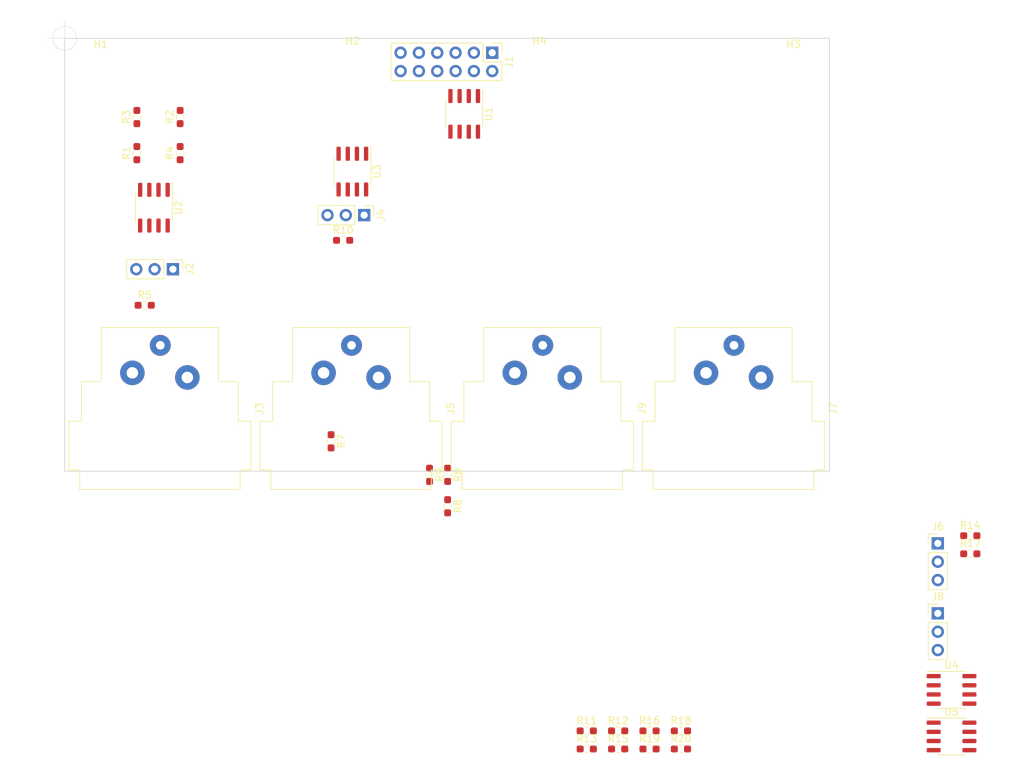
<source format=kicad_pcb>
(kicad_pcb (version 20171130) (host pcbnew 5.1.9)

  (general
    (thickness 1.6)
    (drawings 9)
    (tracks 0)
    (zones 0)
    (modules 38)
    (nets 29)
  )

  (page A4)
  (title_block
    (title "rp2040_dongle ioboard 4slots cheap")
    (date 2021-03-21)
    (rev 0.1)
    (company https://www.openlighting.org)
  )

  (layers
    (0 F.Cu signal)
    (31 B.Cu signal)
    (32 B.Adhes user)
    (33 F.Adhes user)
    (34 B.Paste user)
    (35 F.Paste user)
    (36 B.SilkS user)
    (37 F.SilkS user)
    (38 B.Mask user)
    (39 F.Mask user)
    (40 Dwgs.User user)
    (41 Cmts.User user)
    (42 Eco1.User user)
    (43 Eco2.User user)
    (44 Edge.Cuts user)
    (45 Margin user)
    (46 B.CrtYd user)
    (47 F.CrtYd user)
    (48 B.Fab user)
    (49 F.Fab user)
  )

  (setup
    (last_trace_width 0.25)
    (trace_clearance 0.2)
    (zone_clearance 0.508)
    (zone_45_only no)
    (trace_min 0.2)
    (via_size 0.8)
    (via_drill 0.4)
    (via_min_size 0.4)
    (via_min_drill 0.3)
    (uvia_size 0.3)
    (uvia_drill 0.1)
    (uvias_allowed no)
    (uvia_min_size 0.2)
    (uvia_min_drill 0.1)
    (edge_width 0.05)
    (segment_width 0.2)
    (pcb_text_width 0.3)
    (pcb_text_size 1.5 1.5)
    (mod_edge_width 0.12)
    (mod_text_size 1 1)
    (mod_text_width 0.15)
    (pad_size 2.9 2.9)
    (pad_drill 1.2)
    (pad_to_mask_clearance 0)
    (aux_axis_origin 0 0)
    (visible_elements FFFFFF7F)
    (pcbplotparams
      (layerselection 0x010fc_ffffffff)
      (usegerberextensions false)
      (usegerberattributes true)
      (usegerberadvancedattributes true)
      (creategerberjobfile true)
      (excludeedgelayer true)
      (linewidth 0.100000)
      (plotframeref false)
      (viasonmask false)
      (mode 1)
      (useauxorigin false)
      (hpglpennumber 1)
      (hpglpenspeed 20)
      (hpglpendiameter 15.000000)
      (psnegative false)
      (psa4output false)
      (plotreference true)
      (plotvalue true)
      (plotinvisibletext false)
      (padsonsilk false)
      (subtractmaskfromsilk false)
      (outputformat 1)
      (mirror false)
      (drillshape 1)
      (scaleselection 1)
      (outputdirectory ""))
  )

  (net 0 "")
  (net 1 /ID2)
  (net 2 /GP0)
  (net 3 /ID1)
  (net 4 /GP1)
  (net 5 /ID0)
  (net 6 /GP2)
  (net 7 +3V3)
  (net 8 /GP3)
  (net 9 +5V)
  (net 10 /SCL)
  (net 11 GND)
  (net 12 /SDA)
  (net 13 "Net-(R1-Pad2)")
  (net 14 "Net-(R3-Pad1)")
  (net 15 "Net-(J2-Pad3)")
  (net 16 "Net-(J2-Pad1)")
  (net 17 "Net-(J4-Pad3)")
  (net 18 "Net-(J4-Pad1)")
  (net 19 "Net-(R6-Pad1)")
  (net 20 "Net-(R8-Pad2)")
  (net 21 "Net-(J6-Pad3)")
  (net 22 "Net-(J6-Pad1)")
  (net 23 "Net-(J8-Pad3)")
  (net 24 "Net-(J8-Pad1)")
  (net 25 "Net-(R11-Pad1)")
  (net 26 "Net-(R13-Pad2)")
  (net 27 "Net-(R16-Pad1)")
  (net 28 "Net-(R18-Pad2)")

  (net_class Default "This is the default net class."
    (clearance 0.2)
    (trace_width 0.25)
    (via_dia 0.8)
    (via_drill 0.4)
    (uvia_dia 0.3)
    (uvia_drill 0.1)
    (add_net +3V3)
    (add_net +5V)
    (add_net /GP0)
    (add_net /GP1)
    (add_net /GP2)
    (add_net /GP3)
    (add_net /ID0)
    (add_net /ID1)
    (add_net /ID2)
    (add_net /SCL)
    (add_net /SDA)
    (add_net GND)
    (add_net "Net-(J2-Pad1)")
    (add_net "Net-(J2-Pad3)")
    (add_net "Net-(J4-Pad1)")
    (add_net "Net-(J4-Pad3)")
    (add_net "Net-(J6-Pad1)")
    (add_net "Net-(J6-Pad3)")
    (add_net "Net-(J8-Pad1)")
    (add_net "Net-(J8-Pad3)")
    (add_net "Net-(R1-Pad2)")
    (add_net "Net-(R11-Pad1)")
    (add_net "Net-(R13-Pad2)")
    (add_net "Net-(R16-Pad1)")
    (add_net "Net-(R18-Pad2)")
    (add_net "Net-(R3-Pad1)")
    (add_net "Net-(R6-Pad1)")
    (add_net "Net-(R8-Pad2)")
  )

  (module MountingHole:MountingHole_3.2mm_M3 (layer F.Cu) (tedit 56D1B4CB) (tstamp 60572501)
    (at 90.8 29.54)
    (descr "Mounting Hole 3.2mm, no annular, M3")
    (tags "mounting hole 3.2mm no annular m3")
    (path /605F5EBF)
    (attr virtual)
    (fp_text reference H4 (at 0 -4.2) (layer F.SilkS)
      (effects (font (size 1 1) (thickness 0.15)))
    )
    (fp_text value MountingHole (at 0 4.2) (layer F.Fab)
      (effects (font (size 1 1) (thickness 0.15)))
    )
    (fp_text user %R (at 0.3 0) (layer F.Fab)
      (effects (font (size 1 1) (thickness 0.15)))
    )
    (fp_circle (center 0 0) (end 3.2 0) (layer Cmts.User) (width 0.15))
    (fp_circle (center 0 0) (end 3.45 0) (layer F.CrtYd) (width 0.05))
    (pad 1 np_thru_hole circle (at 0 0) (size 3.2 3.2) (drill 3.2) (layers *.Cu *.Mask))
  )

  (module MountingHole:MountingHole_3.2mm_M3 (layer F.Cu) (tedit 56D1B4CB) (tstamp 60571E45)
    (at 126 30)
    (descr "Mounting Hole 3.2mm, no annular, M3")
    (tags "mounting hole 3.2mm no annular m3")
    (path /605F57F2)
    (attr virtual)
    (fp_text reference H3 (at 0 -4.2) (layer F.SilkS)
      (effects (font (size 1 1) (thickness 0.15)))
    )
    (fp_text value MountingHole (at 0 4.2) (layer F.Fab)
      (effects (font (size 1 1) (thickness 0.15)))
    )
    (fp_text user %R (at 0.3 0) (layer F.Fab)
      (effects (font (size 1 1) (thickness 0.15)))
    )
    (fp_circle (center 0 0) (end 3.2 0) (layer Cmts.User) (width 0.15))
    (fp_circle (center 0 0) (end 3.45 0) (layer F.CrtYd) (width 0.05))
    (pad 1 np_thru_hole circle (at 0 0) (size 3.2 3.2) (drill 3.2) (layers *.Cu *.Mask))
  )

  (module MountingHole:MountingHole_3.2mm_M3 (layer F.Cu) (tedit 56D1B4CB) (tstamp 60571E3D)
    (at 64.9 29.54)
    (descr "Mounting Hole 3.2mm, no annular, M3")
    (tags "mounting hole 3.2mm no annular m3")
    (path /605F5AEA)
    (attr virtual)
    (fp_text reference H2 (at 0 -4.2) (layer F.SilkS)
      (effects (font (size 1 1) (thickness 0.15)))
    )
    (fp_text value MountingHole (at 0 4.2) (layer F.Fab)
      (effects (font (size 1 1) (thickness 0.15)))
    )
    (fp_text user %R (at 0.3 0) (layer F.Fab)
      (effects (font (size 1 1) (thickness 0.15)))
    )
    (fp_circle (center 0 0) (end 3.2 0) (layer Cmts.User) (width 0.15))
    (fp_circle (center 0 0) (end 3.45 0) (layer F.CrtYd) (width 0.05))
    (pad 1 np_thru_hole circle (at 0 0) (size 3.2 3.2) (drill 3.2) (layers *.Cu *.Mask))
  )

  (module MountingHole:MountingHole_3.2mm_M3 (layer F.Cu) (tedit 56D1B4CB) (tstamp 60571E35)
    (at 30 30)
    (descr "Mounting Hole 3.2mm, no annular, M3")
    (tags "mounting hole 3.2mm no annular m3")
    (path /605F3AA5)
    (attr virtual)
    (fp_text reference H1 (at 0 -4.2) (layer F.SilkS)
      (effects (font (size 1 1) (thickness 0.15)))
    )
    (fp_text value MountingHole (at 0 4.2) (layer F.Fab)
      (effects (font (size 1 1) (thickness 0.15)))
    )
    (fp_text user %R (at 0.3 0) (layer F.Fab)
      (effects (font (size 1 1) (thickness 0.15)))
    )
    (fp_circle (center 0 0) (end 3.2 0) (layer Cmts.User) (width 0.15))
    (fp_circle (center 0 0) (end 3.45 0) (layer F.CrtYd) (width 0.05))
    (pad 1 np_thru_hole circle (at 0 0) (size 3.2 3.2) (drill 3.2) (layers *.Cu *.Mask))
  )

  (module Connector_Audio:Jack_XLR_Neutrik_NC3FAAH_Horizontal (layer F.Cu) (tedit 6056841D) (tstamp 60573991)
    (at 42 72 270)
    (descr "AA Series, 3 pole female XLR receptacle, grounding: without ground/shell contact, horizontal PCB mount, https://www.neutrik.com/en/product/nc3faah")
    (tags "neutrik xlr aa")
    (path /605A262D)
    (fp_text reference J3 (at 4.3 -10 90) (layer F.SilkS)
      (effects (font (size 1 1) (thickness 0.15)))
    )
    (fp_text value XLR3 (at 4.3 17.5 90) (layer F.Fab)
      (effects (font (size 1 1) (thickness 0.15)))
    )
    (fp_text user %R (at 10.35 3.81 90) (layer F.Fab)
      (effects (font (size 1 1) (thickness 0.15)))
    )
    (fp_line (start -6.8 -4.19) (end -6.8 11.81) (layer F.Fab) (width 0.1))
    (fp_line (start 15.4 14.81) (end 12.7 14.81) (layer F.Fab) (width 0.1))
    (fp_line (start 15.4 -7.19) (end 15.4 14.81) (layer F.Fab) (width 0.1))
    (fp_line (start 12.7 -7.19) (end 15.4 -7.19) (layer F.Fab) (width 0.1))
    (fp_line (start 6.2 -8.69) (end 12.7 -8.69) (layer F.Fab) (width 0.1))
    (fp_line (start 6.2 16.31) (end 6.2 -8.69) (layer F.Fab) (width 0.1))
    (fp_line (start 12.7 16.31) (end 6.2 16.31) (layer F.Fab) (width 0.1))
    (fp_line (start 12.7 -8.69) (end 12.7 16.31) (layer F.Fab) (width 0.1))
    (fp_line (start 0.7 14.56) (end 6.2 14.56) (layer F.Fab) (width 0.1))
    (fp_line (start 6.2 -6.94) (end 0.7 -6.94) (layer F.Fab) (width 0.1))
    (fp_line (start 12.7 -8.69) (end 12.7 16.31) (layer Dwgs.User) (width 0.1))
    (fp_line (start 12.82 16.43) (end 6.08 16.43) (layer F.SilkS) (width 0.12))
    (fp_line (start 12.82 -8.81) (end 6.08 -8.81) (layer F.SilkS) (width 0.12))
    (fp_line (start 6.08 -7.06) (end 0.58 -7.06) (layer F.SilkS) (width 0.12))
    (fp_line (start 6.08 14.68) (end 0.58 14.68) (layer F.SilkS) (width 0.12))
    (fp_line (start 6.08 -7.06) (end 6.08 -8.81) (layer F.SilkS) (width 0.12))
    (fp_line (start 6.08 16.43) (end 6.08 14.68) (layer F.SilkS) (width 0.12))
    (fp_line (start 12.82 -7.31) (end 15.52 -7.31) (layer F.SilkS) (width 0.12))
    (fp_line (start 12.82 14.93) (end 15.52 14.93) (layer F.SilkS) (width 0.12))
    (fp_line (start 12.82 14.93) (end 12.82 16.43) (layer F.SilkS) (width 0.12))
    (fp_line (start 12.82 -8.81) (end 12.82 -7.31) (layer F.SilkS) (width 0.12))
    (fp_line (start 15.52 -7.31) (end 15.52 14.93) (layer F.SilkS) (width 0.12))
    (fp_line (start 15.9 16.81) (end -7.3 16.81) (layer F.CrtYd) (width 0.05))
    (fp_line (start 15.9 -9.19) (end -7.3 -9.19) (layer F.CrtYd) (width 0.05))
    (fp_line (start -7.3 -9.19) (end -7.3 16.81) (layer F.CrtYd) (width 0.05))
    (fp_line (start 15.9 -9.19) (end 15.9 16.81) (layer F.CrtYd) (width 0.05))
    (fp_line (start -6.92 -4.31) (end -6.92 11.93) (layer F.SilkS) (width 0.12))
    (fp_line (start 0.58 11.93) (end 0.58 14.68) (layer F.SilkS) (width 0.12))
    (fp_line (start 0.7 -6.94) (end 0.7 14.56) (layer F.Fab) (width 0.1))
    (fp_line (start 0.58 11.93) (end -6.92 11.93) (layer F.SilkS) (width 0.12))
    (fp_line (start -6.8 11.81) (end 0.7 11.81) (layer F.Fab) (width 0.1))
    (fp_line (start 0.7 -4.19) (end -6.8 -4.19) (layer F.Fab) (width 0.1))
    (fp_line (start 0.58 -4.31) (end -6.92 -4.31) (layer F.SilkS) (width 0.12))
    (fp_line (start 0.58 -7.06) (end 0.58 -4.31) (layer F.SilkS) (width 0.12))
    (pad "" np_thru_hole circle (at 3.81 7.62 270) (size 1.6 1.6) (drill 1.6) (layers *.Cu *.Mask))
    (pad "" np_thru_hole circle (at 8.89 0 270) (size 1.6 1.6) (drill 1.6) (layers *.Cu *.Mask))
    (pad 3 thru_hole circle (at -4.45 3.75 270) (size 2.9 2.9) (drill 1.2) (layers *.Cu *.Mask)
      (net 16 "Net-(J2-Pad1)"))
    (pad 2 thru_hole circle (at -0.635 7.62 270) (size 3.4 3.4) (drill 1.6) (layers *.Cu *.Mask)
      (net 15 "Net-(J2-Pad3)"))
    (pad 1 thru_hole circle (at 0 0 270) (size 3.4 3.4) (drill 1.6) (layers *.Cu *.Mask)
      (net 11 GND))
    (model ${KISYS3DMOD}/Connector_Audio.3dshapes/Jack_XLR_Neutrik_NC3FAAH_Horizontal.wrl
      (at (xyz 0 0 0))
      (scale (xyz 1 1 1))
      (rotate (xyz 0 0 0))
    )
  )

  (module Package_SO:SOIC-8_3.9x4.9mm_P1.27mm (layer F.Cu) (tedit 5D9F72B1) (tstamp 6056AA34)
    (at 147.9 121.75)
    (descr "SOIC, 8 Pin (JEDEC MS-012AA, https://www.analog.com/media/en/package-pcb-resources/package/pkg_pdf/soic_narrow-r/r_8.pdf), generated with kicad-footprint-generator ipc_gullwing_generator.py")
    (tags "SOIC SO")
    (path /605BC261)
    (attr smd)
    (fp_text reference U5 (at 0 -3.4) (layer F.SilkS)
      (effects (font (size 1 1) (thickness 0.15)))
    )
    (fp_text value SP3485EN (at 0 3.4) (layer F.Fab)
      (effects (font (size 1 1) (thickness 0.15)))
    )
    (fp_text user %R (at 0 0) (layer F.Fab)
      (effects (font (size 0.98 0.98) (thickness 0.15)))
    )
    (fp_line (start 0 2.56) (end 1.95 2.56) (layer F.SilkS) (width 0.12))
    (fp_line (start 0 2.56) (end -1.95 2.56) (layer F.SilkS) (width 0.12))
    (fp_line (start 0 -2.56) (end 1.95 -2.56) (layer F.SilkS) (width 0.12))
    (fp_line (start 0 -2.56) (end -3.45 -2.56) (layer F.SilkS) (width 0.12))
    (fp_line (start -0.975 -2.45) (end 1.95 -2.45) (layer F.Fab) (width 0.1))
    (fp_line (start 1.95 -2.45) (end 1.95 2.45) (layer F.Fab) (width 0.1))
    (fp_line (start 1.95 2.45) (end -1.95 2.45) (layer F.Fab) (width 0.1))
    (fp_line (start -1.95 2.45) (end -1.95 -1.475) (layer F.Fab) (width 0.1))
    (fp_line (start -1.95 -1.475) (end -0.975 -2.45) (layer F.Fab) (width 0.1))
    (fp_line (start -3.7 -2.7) (end -3.7 2.7) (layer F.CrtYd) (width 0.05))
    (fp_line (start -3.7 2.7) (end 3.7 2.7) (layer F.CrtYd) (width 0.05))
    (fp_line (start 3.7 2.7) (end 3.7 -2.7) (layer F.CrtYd) (width 0.05))
    (fp_line (start 3.7 -2.7) (end -3.7 -2.7) (layer F.CrtYd) (width 0.05))
    (pad 8 smd roundrect (at 2.475 -1.905) (size 1.95 0.6) (layers F.Cu F.Paste F.Mask) (roundrect_rratio 0.25)
      (net 28 "Net-(R18-Pad2)"))
    (pad 7 smd roundrect (at 2.475 -0.635) (size 1.95 0.6) (layers F.Cu F.Paste F.Mask) (roundrect_rratio 0.25)
      (net 23 "Net-(J8-Pad3)"))
    (pad 6 smd roundrect (at 2.475 0.635) (size 1.95 0.6) (layers F.Cu F.Paste F.Mask) (roundrect_rratio 0.25)
      (net 24 "Net-(J8-Pad1)"))
    (pad 5 smd roundrect (at 2.475 1.905) (size 1.95 0.6) (layers F.Cu F.Paste F.Mask) (roundrect_rratio 0.25)
      (net 11 GND))
    (pad 4 smd roundrect (at -2.475 1.905) (size 1.95 0.6) (layers F.Cu F.Paste F.Mask) (roundrect_rratio 0.25)
      (net 6 /GP2))
    (pad 3 smd roundrect (at -2.475 0.635) (size 1.95 0.6) (layers F.Cu F.Paste F.Mask) (roundrect_rratio 0.25)
      (net 27 "Net-(R16-Pad1)"))
    (pad 2 smd roundrect (at -2.475 -0.635) (size 1.95 0.6) (layers F.Cu F.Paste F.Mask) (roundrect_rratio 0.25)
      (net 27 "Net-(R16-Pad1)"))
    (pad 1 smd roundrect (at -2.475 -1.905) (size 1.95 0.6) (layers F.Cu F.Paste F.Mask) (roundrect_rratio 0.25)
      (net 6 /GP2))
    (model ${KISYS3DMOD}/Package_SO.3dshapes/SOIC-8_3.9x4.9mm_P1.27mm.wrl
      (at (xyz 0 0 0))
      (scale (xyz 1 1 1))
      (rotate (xyz 0 0 0))
    )
  )

  (module Package_SO:SOIC-8_3.9x4.9mm_P1.27mm (layer F.Cu) (tedit 5D9F72B1) (tstamp 6056AA1A)
    (at 147.9 115.3)
    (descr "SOIC, 8 Pin (JEDEC MS-012AA, https://www.analog.com/media/en/package-pcb-resources/package/pkg_pdf/soic_narrow-r/r_8.pdf), generated with kicad-footprint-generator ipc_gullwing_generator.py")
    (tags "SOIC SO")
    (path /605CD70E)
    (attr smd)
    (fp_text reference U4 (at 0 -3.4) (layer F.SilkS)
      (effects (font (size 1 1) (thickness 0.15)))
    )
    (fp_text value SP3485EN (at 0 3.4) (layer F.Fab)
      (effects (font (size 1 1) (thickness 0.15)))
    )
    (fp_text user %R (at 0 0) (layer F.Fab)
      (effects (font (size 0.98 0.98) (thickness 0.15)))
    )
    (fp_line (start 0 2.56) (end 1.95 2.56) (layer F.SilkS) (width 0.12))
    (fp_line (start 0 2.56) (end -1.95 2.56) (layer F.SilkS) (width 0.12))
    (fp_line (start 0 -2.56) (end 1.95 -2.56) (layer F.SilkS) (width 0.12))
    (fp_line (start 0 -2.56) (end -3.45 -2.56) (layer F.SilkS) (width 0.12))
    (fp_line (start -0.975 -2.45) (end 1.95 -2.45) (layer F.Fab) (width 0.1))
    (fp_line (start 1.95 -2.45) (end 1.95 2.45) (layer F.Fab) (width 0.1))
    (fp_line (start 1.95 2.45) (end -1.95 2.45) (layer F.Fab) (width 0.1))
    (fp_line (start -1.95 2.45) (end -1.95 -1.475) (layer F.Fab) (width 0.1))
    (fp_line (start -1.95 -1.475) (end -0.975 -2.45) (layer F.Fab) (width 0.1))
    (fp_line (start -3.7 -2.7) (end -3.7 2.7) (layer F.CrtYd) (width 0.05))
    (fp_line (start -3.7 2.7) (end 3.7 2.7) (layer F.CrtYd) (width 0.05))
    (fp_line (start 3.7 2.7) (end 3.7 -2.7) (layer F.CrtYd) (width 0.05))
    (fp_line (start 3.7 -2.7) (end -3.7 -2.7) (layer F.CrtYd) (width 0.05))
    (pad 8 smd roundrect (at 2.475 -1.905) (size 1.95 0.6) (layers F.Cu F.Paste F.Mask) (roundrect_rratio 0.25)
      (net 26 "Net-(R13-Pad2)"))
    (pad 7 smd roundrect (at 2.475 -0.635) (size 1.95 0.6) (layers F.Cu F.Paste F.Mask) (roundrect_rratio 0.25)
      (net 21 "Net-(J6-Pad3)"))
    (pad 6 smd roundrect (at 2.475 0.635) (size 1.95 0.6) (layers F.Cu F.Paste F.Mask) (roundrect_rratio 0.25)
      (net 22 "Net-(J6-Pad1)"))
    (pad 5 smd roundrect (at 2.475 1.905) (size 1.95 0.6) (layers F.Cu F.Paste F.Mask) (roundrect_rratio 0.25)
      (net 11 GND))
    (pad 4 smd roundrect (at -2.475 1.905) (size 1.95 0.6) (layers F.Cu F.Paste F.Mask) (roundrect_rratio 0.25)
      (net 8 /GP3))
    (pad 3 smd roundrect (at -2.475 0.635) (size 1.95 0.6) (layers F.Cu F.Paste F.Mask) (roundrect_rratio 0.25)
      (net 25 "Net-(R11-Pad1)"))
    (pad 2 smd roundrect (at -2.475 -0.635) (size 1.95 0.6) (layers F.Cu F.Paste F.Mask) (roundrect_rratio 0.25)
      (net 25 "Net-(R11-Pad1)"))
    (pad 1 smd roundrect (at -2.475 -1.905) (size 1.95 0.6) (layers F.Cu F.Paste F.Mask) (roundrect_rratio 0.25)
      (net 8 /GP3))
    (model ${KISYS3DMOD}/Package_SO.3dshapes/SOIC-8_3.9x4.9mm_P1.27mm.wrl
      (at (xyz 0 0 0))
      (scale (xyz 1 1 1))
      (rotate (xyz 0 0 0))
    )
  )

  (module Resistor_SMD:R_0603_1608Metric_Pad0.98x0.95mm_HandSolder (layer F.Cu) (tedit 5F68FEEE) (tstamp 6056A96A)
    (at 110.4 123.49)
    (descr "Resistor SMD 0603 (1608 Metric), square (rectangular) end terminal, IPC_7351 nominal with elongated pad for handsoldering. (Body size source: IPC-SM-782 page 72, https://www.pcb-3d.com/wordpress/wp-content/uploads/ipc-sm-782a_amendment_1_and_2.pdf), generated with kicad-footprint-generator")
    (tags "resistor handsolder")
    (path /605BC542)
    (attr smd)
    (fp_text reference R20 (at 0 -1.43) (layer F.SilkS)
      (effects (font (size 1 1) (thickness 0.15)))
    )
    (fp_text value 120R (at 0 1.43) (layer F.Fab)
      (effects (font (size 1 1) (thickness 0.15)))
    )
    (fp_text user %R (at 0 0) (layer F.Fab)
      (effects (font (size 0.4 0.4) (thickness 0.06)))
    )
    (fp_line (start -0.8 0.4125) (end -0.8 -0.4125) (layer F.Fab) (width 0.1))
    (fp_line (start -0.8 -0.4125) (end 0.8 -0.4125) (layer F.Fab) (width 0.1))
    (fp_line (start 0.8 -0.4125) (end 0.8 0.4125) (layer F.Fab) (width 0.1))
    (fp_line (start 0.8 0.4125) (end -0.8 0.4125) (layer F.Fab) (width 0.1))
    (fp_line (start -0.254724 -0.5225) (end 0.254724 -0.5225) (layer F.SilkS) (width 0.12))
    (fp_line (start -0.254724 0.5225) (end 0.254724 0.5225) (layer F.SilkS) (width 0.12))
    (fp_line (start -1.65 0.73) (end -1.65 -0.73) (layer F.CrtYd) (width 0.05))
    (fp_line (start -1.65 -0.73) (end 1.65 -0.73) (layer F.CrtYd) (width 0.05))
    (fp_line (start 1.65 -0.73) (end 1.65 0.73) (layer F.CrtYd) (width 0.05))
    (fp_line (start 1.65 0.73) (end -1.65 0.73) (layer F.CrtYd) (width 0.05))
    (pad 2 smd roundrect (at 0.9125 0) (size 0.975 0.95) (layers F.Cu F.Paste F.Mask) (roundrect_rratio 0.25)
      (net 24 "Net-(J8-Pad1)"))
    (pad 1 smd roundrect (at -0.9125 0) (size 0.975 0.95) (layers F.Cu F.Paste F.Mask) (roundrect_rratio 0.25)
      (net 23 "Net-(J8-Pad3)"))
    (model ${KISYS3DMOD}/Resistor_SMD.3dshapes/R_0603_1608Metric.wrl
      (at (xyz 0 0 0))
      (scale (xyz 1 1 1))
      (rotate (xyz 0 0 0))
    )
  )

  (module Resistor_SMD:R_0603_1608Metric_Pad0.98x0.95mm_HandSolder (layer F.Cu) (tedit 5F68FEEE) (tstamp 6056A959)
    (at 106.05 123.49)
    (descr "Resistor SMD 0603 (1608 Metric), square (rectangular) end terminal, IPC_7351 nominal with elongated pad for handsoldering. (Body size source: IPC-SM-782 page 72, https://www.pcb-3d.com/wordpress/wp-content/uploads/ipc-sm-782a_amendment_1_and_2.pdf), generated with kicad-footprint-generator")
    (tags "resistor handsolder")
    (path /605BC4DF)
    (attr smd)
    (fp_text reference R19 (at 0 -1.43) (layer F.SilkS)
      (effects (font (size 1 1) (thickness 0.15)))
    )
    (fp_text value 0R-DO_NOT_MOUNT (at 0 1.43) (layer F.Fab)
      (effects (font (size 1 1) (thickness 0.15)))
    )
    (fp_text user %R (at 0 0) (layer F.Fab)
      (effects (font (size 0.4 0.4) (thickness 0.06)))
    )
    (fp_line (start -0.8 0.4125) (end -0.8 -0.4125) (layer F.Fab) (width 0.1))
    (fp_line (start -0.8 -0.4125) (end 0.8 -0.4125) (layer F.Fab) (width 0.1))
    (fp_line (start 0.8 -0.4125) (end 0.8 0.4125) (layer F.Fab) (width 0.1))
    (fp_line (start 0.8 0.4125) (end -0.8 0.4125) (layer F.Fab) (width 0.1))
    (fp_line (start -0.254724 -0.5225) (end 0.254724 -0.5225) (layer F.SilkS) (width 0.12))
    (fp_line (start -0.254724 0.5225) (end 0.254724 0.5225) (layer F.SilkS) (width 0.12))
    (fp_line (start -1.65 0.73) (end -1.65 -0.73) (layer F.CrtYd) (width 0.05))
    (fp_line (start -1.65 -0.73) (end 1.65 -0.73) (layer F.CrtYd) (width 0.05))
    (fp_line (start 1.65 -0.73) (end 1.65 0.73) (layer F.CrtYd) (width 0.05))
    (fp_line (start 1.65 0.73) (end -1.65 0.73) (layer F.CrtYd) (width 0.05))
    (pad 2 smd roundrect (at 0.9125 0) (size 0.975 0.95) (layers F.Cu F.Paste F.Mask) (roundrect_rratio 0.25)
      (net 7 +3V3))
    (pad 1 smd roundrect (at -0.9125 0) (size 0.975 0.95) (layers F.Cu F.Paste F.Mask) (roundrect_rratio 0.25)
      (net 28 "Net-(R18-Pad2)"))
    (model ${KISYS3DMOD}/Resistor_SMD.3dshapes/R_0603_1608Metric.wrl
      (at (xyz 0 0 0))
      (scale (xyz 1 1 1))
      (rotate (xyz 0 0 0))
    )
  )

  (module Resistor_SMD:R_0603_1608Metric_Pad0.98x0.95mm_HandSolder (layer F.Cu) (tedit 5F68FEEE) (tstamp 6056A948)
    (at 110.4 120.98)
    (descr "Resistor SMD 0603 (1608 Metric), square (rectangular) end terminal, IPC_7351 nominal with elongated pad for handsoldering. (Body size source: IPC-SM-782 page 72, https://www.pcb-3d.com/wordpress/wp-content/uploads/ipc-sm-782a_amendment_1_and_2.pdf), generated with kicad-footprint-generator")
    (tags "resistor handsolder")
    (path /605BC4D5)
    (attr smd)
    (fp_text reference R18 (at 0 -1.43) (layer F.SilkS)
      (effects (font (size 1 1) (thickness 0.15)))
    )
    (fp_text value 0R (at 0 1.43) (layer F.Fab)
      (effects (font (size 1 1) (thickness 0.15)))
    )
    (fp_text user %R (at 0 0) (layer F.Fab)
      (effects (font (size 0.4 0.4) (thickness 0.06)))
    )
    (fp_line (start -0.8 0.4125) (end -0.8 -0.4125) (layer F.Fab) (width 0.1))
    (fp_line (start -0.8 -0.4125) (end 0.8 -0.4125) (layer F.Fab) (width 0.1))
    (fp_line (start 0.8 -0.4125) (end 0.8 0.4125) (layer F.Fab) (width 0.1))
    (fp_line (start 0.8 0.4125) (end -0.8 0.4125) (layer F.Fab) (width 0.1))
    (fp_line (start -0.254724 -0.5225) (end 0.254724 -0.5225) (layer F.SilkS) (width 0.12))
    (fp_line (start -0.254724 0.5225) (end 0.254724 0.5225) (layer F.SilkS) (width 0.12))
    (fp_line (start -1.65 0.73) (end -1.65 -0.73) (layer F.CrtYd) (width 0.05))
    (fp_line (start -1.65 -0.73) (end 1.65 -0.73) (layer F.CrtYd) (width 0.05))
    (fp_line (start 1.65 -0.73) (end 1.65 0.73) (layer F.CrtYd) (width 0.05))
    (fp_line (start 1.65 0.73) (end -1.65 0.73) (layer F.CrtYd) (width 0.05))
    (pad 2 smd roundrect (at 0.9125 0) (size 0.975 0.95) (layers F.Cu F.Paste F.Mask) (roundrect_rratio 0.25)
      (net 28 "Net-(R18-Pad2)"))
    (pad 1 smd roundrect (at -0.9125 0) (size 0.975 0.95) (layers F.Cu F.Paste F.Mask) (roundrect_rratio 0.25)
      (net 9 +5V))
    (model ${KISYS3DMOD}/Resistor_SMD.3dshapes/R_0603_1608Metric.wrl
      (at (xyz 0 0 0))
      (scale (xyz 1 1 1))
      (rotate (xyz 0 0 0))
    )
  )

  (module Resistor_SMD:R_0603_1608Metric_Pad0.98x0.95mm_HandSolder (layer F.Cu) (tedit 5F68FEEE) (tstamp 6056A937)
    (at 150.5 96.44)
    (descr "Resistor SMD 0603 (1608 Metric), square (rectangular) end terminal, IPC_7351 nominal with elongated pad for handsoldering. (Body size source: IPC-SM-782 page 72, https://www.pcb-3d.com/wordpress/wp-content/uploads/ipc-sm-782a_amendment_1_and_2.pdf), generated with kicad-footprint-generator")
    (tags "resistor handsolder")
    (path /605BC50F)
    (attr smd)
    (fp_text reference R17 (at 0 -1.43) (layer F.SilkS)
      (effects (font (size 1 1) (thickness 0.15)))
    )
    (fp_text value 0R-DO_NOT_MOUNT (at 0 1.43) (layer F.Fab)
      (effects (font (size 1 1) (thickness 0.15)))
    )
    (fp_text user %R (at 0 0) (layer F.Fab)
      (effects (font (size 0.4 0.4) (thickness 0.06)))
    )
    (fp_line (start -0.8 0.4125) (end -0.8 -0.4125) (layer F.Fab) (width 0.1))
    (fp_line (start -0.8 -0.4125) (end 0.8 -0.4125) (layer F.Fab) (width 0.1))
    (fp_line (start 0.8 -0.4125) (end 0.8 0.4125) (layer F.Fab) (width 0.1))
    (fp_line (start 0.8 0.4125) (end -0.8 0.4125) (layer F.Fab) (width 0.1))
    (fp_line (start -0.254724 -0.5225) (end 0.254724 -0.5225) (layer F.SilkS) (width 0.12))
    (fp_line (start -0.254724 0.5225) (end 0.254724 0.5225) (layer F.SilkS) (width 0.12))
    (fp_line (start -1.65 0.73) (end -1.65 -0.73) (layer F.CrtYd) (width 0.05))
    (fp_line (start -1.65 -0.73) (end 1.65 -0.73) (layer F.CrtYd) (width 0.05))
    (fp_line (start 1.65 -0.73) (end 1.65 0.73) (layer F.CrtYd) (width 0.05))
    (fp_line (start 1.65 0.73) (end -1.65 0.73) (layer F.CrtYd) (width 0.05))
    (pad 2 smd roundrect (at 0.9125 0) (size 0.975 0.95) (layers F.Cu F.Paste F.Mask) (roundrect_rratio 0.25)
      (net 27 "Net-(R16-Pad1)"))
    (pad 1 smd roundrect (at -0.9125 0) (size 0.975 0.95) (layers F.Cu F.Paste F.Mask) (roundrect_rratio 0.25)
      (net 11 GND))
    (model ${KISYS3DMOD}/Resistor_SMD.3dshapes/R_0603_1608Metric.wrl
      (at (xyz 0 0 0))
      (scale (xyz 1 1 1))
      (rotate (xyz 0 0 0))
    )
  )

  (module Resistor_SMD:R_0603_1608Metric_Pad0.98x0.95mm_HandSolder (layer F.Cu) (tedit 5F68FEEE) (tstamp 6056A926)
    (at 106.05 120.98)
    (descr "Resistor SMD 0603 (1608 Metric), square (rectangular) end terminal, IPC_7351 nominal with elongated pad for handsoldering. (Body size source: IPC-SM-782 page 72, https://www.pcb-3d.com/wordpress/wp-content/uploads/ipc-sm-782a_amendment_1_and_2.pdf), generated with kicad-footprint-generator")
    (tags "resistor handsolder")
    (path /605BC519)
    (attr smd)
    (fp_text reference R16 (at 0 -1.43) (layer F.SilkS)
      (effects (font (size 1 1) (thickness 0.15)))
    )
    (fp_text value 0R (at 0 1.43) (layer F.Fab)
      (effects (font (size 1 1) (thickness 0.15)))
    )
    (fp_text user %R (at 0 0) (layer F.Fab)
      (effects (font (size 0.4 0.4) (thickness 0.06)))
    )
    (fp_line (start -0.8 0.4125) (end -0.8 -0.4125) (layer F.Fab) (width 0.1))
    (fp_line (start -0.8 -0.4125) (end 0.8 -0.4125) (layer F.Fab) (width 0.1))
    (fp_line (start 0.8 -0.4125) (end 0.8 0.4125) (layer F.Fab) (width 0.1))
    (fp_line (start 0.8 0.4125) (end -0.8 0.4125) (layer F.Fab) (width 0.1))
    (fp_line (start -0.254724 -0.5225) (end 0.254724 -0.5225) (layer F.SilkS) (width 0.12))
    (fp_line (start -0.254724 0.5225) (end 0.254724 0.5225) (layer F.SilkS) (width 0.12))
    (fp_line (start -1.65 0.73) (end -1.65 -0.73) (layer F.CrtYd) (width 0.05))
    (fp_line (start -1.65 -0.73) (end 1.65 -0.73) (layer F.CrtYd) (width 0.05))
    (fp_line (start 1.65 -0.73) (end 1.65 0.73) (layer F.CrtYd) (width 0.05))
    (fp_line (start 1.65 0.73) (end -1.65 0.73) (layer F.CrtYd) (width 0.05))
    (pad 2 smd roundrect (at 0.9125 0) (size 0.975 0.95) (layers F.Cu F.Paste F.Mask) (roundrect_rratio 0.25)
      (net 7 +3V3))
    (pad 1 smd roundrect (at -0.9125 0) (size 0.975 0.95) (layers F.Cu F.Paste F.Mask) (roundrect_rratio 0.25)
      (net 27 "Net-(R16-Pad1)"))
    (model ${KISYS3DMOD}/Resistor_SMD.3dshapes/R_0603_1608Metric.wrl
      (at (xyz 0 0 0))
      (scale (xyz 1 1 1))
      (rotate (xyz 0 0 0))
    )
  )

  (module Resistor_SMD:R_0603_1608Metric_Pad0.98x0.95mm_HandSolder (layer F.Cu) (tedit 5F68FEEE) (tstamp 6056A915)
    (at 101.7 123.49)
    (descr "Resistor SMD 0603 (1608 Metric), square (rectangular) end terminal, IPC_7351 nominal with elongated pad for handsoldering. (Body size source: IPC-SM-782 page 72, https://www.pcb-3d.com/wordpress/wp-content/uploads/ipc-sm-782a_amendment_1_and_2.pdf), generated with kicad-footprint-generator")
    (tags "resistor handsolder")
    (path /605CDAC5)
    (attr smd)
    (fp_text reference R15 (at 0 -1.43) (layer F.SilkS)
      (effects (font (size 1 1) (thickness 0.15)))
    )
    (fp_text value 120R (at 0 1.43) (layer F.Fab)
      (effects (font (size 1 1) (thickness 0.15)))
    )
    (fp_text user %R (at 0 0) (layer F.Fab)
      (effects (font (size 0.4 0.4) (thickness 0.06)))
    )
    (fp_line (start -0.8 0.4125) (end -0.8 -0.4125) (layer F.Fab) (width 0.1))
    (fp_line (start -0.8 -0.4125) (end 0.8 -0.4125) (layer F.Fab) (width 0.1))
    (fp_line (start 0.8 -0.4125) (end 0.8 0.4125) (layer F.Fab) (width 0.1))
    (fp_line (start 0.8 0.4125) (end -0.8 0.4125) (layer F.Fab) (width 0.1))
    (fp_line (start -0.254724 -0.5225) (end 0.254724 -0.5225) (layer F.SilkS) (width 0.12))
    (fp_line (start -0.254724 0.5225) (end 0.254724 0.5225) (layer F.SilkS) (width 0.12))
    (fp_line (start -1.65 0.73) (end -1.65 -0.73) (layer F.CrtYd) (width 0.05))
    (fp_line (start -1.65 -0.73) (end 1.65 -0.73) (layer F.CrtYd) (width 0.05))
    (fp_line (start 1.65 -0.73) (end 1.65 0.73) (layer F.CrtYd) (width 0.05))
    (fp_line (start 1.65 0.73) (end -1.65 0.73) (layer F.CrtYd) (width 0.05))
    (pad 2 smd roundrect (at 0.9125 0) (size 0.975 0.95) (layers F.Cu F.Paste F.Mask) (roundrect_rratio 0.25)
      (net 22 "Net-(J6-Pad1)"))
    (pad 1 smd roundrect (at -0.9125 0) (size 0.975 0.95) (layers F.Cu F.Paste F.Mask) (roundrect_rratio 0.25)
      (net 21 "Net-(J6-Pad3)"))
    (model ${KISYS3DMOD}/Resistor_SMD.3dshapes/R_0603_1608Metric.wrl
      (at (xyz 0 0 0))
      (scale (xyz 1 1 1))
      (rotate (xyz 0 0 0))
    )
  )

  (module Resistor_SMD:R_0603_1608Metric_Pad0.98x0.95mm_HandSolder (layer F.Cu) (tedit 5F68FEEE) (tstamp 6056A904)
    (at 150.5 93.93)
    (descr "Resistor SMD 0603 (1608 Metric), square (rectangular) end terminal, IPC_7351 nominal with elongated pad for handsoldering. (Body size source: IPC-SM-782 page 72, https://www.pcb-3d.com/wordpress/wp-content/uploads/ipc-sm-782a_amendment_1_and_2.pdf), generated with kicad-footprint-generator")
    (tags "resistor handsolder")
    (path /605CDA62)
    (attr smd)
    (fp_text reference R14 (at 0 -1.43) (layer F.SilkS)
      (effects (font (size 1 1) (thickness 0.15)))
    )
    (fp_text value 0R-DO_NOT_MOUNT (at 0 1.43) (layer F.Fab)
      (effects (font (size 1 1) (thickness 0.15)))
    )
    (fp_text user %R (at 0 0) (layer F.Fab)
      (effects (font (size 0.4 0.4) (thickness 0.06)))
    )
    (fp_line (start -0.8 0.4125) (end -0.8 -0.4125) (layer F.Fab) (width 0.1))
    (fp_line (start -0.8 -0.4125) (end 0.8 -0.4125) (layer F.Fab) (width 0.1))
    (fp_line (start 0.8 -0.4125) (end 0.8 0.4125) (layer F.Fab) (width 0.1))
    (fp_line (start 0.8 0.4125) (end -0.8 0.4125) (layer F.Fab) (width 0.1))
    (fp_line (start -0.254724 -0.5225) (end 0.254724 -0.5225) (layer F.SilkS) (width 0.12))
    (fp_line (start -0.254724 0.5225) (end 0.254724 0.5225) (layer F.SilkS) (width 0.12))
    (fp_line (start -1.65 0.73) (end -1.65 -0.73) (layer F.CrtYd) (width 0.05))
    (fp_line (start -1.65 -0.73) (end 1.65 -0.73) (layer F.CrtYd) (width 0.05))
    (fp_line (start 1.65 -0.73) (end 1.65 0.73) (layer F.CrtYd) (width 0.05))
    (fp_line (start 1.65 0.73) (end -1.65 0.73) (layer F.CrtYd) (width 0.05))
    (pad 2 smd roundrect (at 0.9125 0) (size 0.975 0.95) (layers F.Cu F.Paste F.Mask) (roundrect_rratio 0.25)
      (net 7 +3V3))
    (pad 1 smd roundrect (at -0.9125 0) (size 0.975 0.95) (layers F.Cu F.Paste F.Mask) (roundrect_rratio 0.25)
      (net 26 "Net-(R13-Pad2)"))
    (model ${KISYS3DMOD}/Resistor_SMD.3dshapes/R_0603_1608Metric.wrl
      (at (xyz 0 0 0))
      (scale (xyz 1 1 1))
      (rotate (xyz 0 0 0))
    )
  )

  (module Resistor_SMD:R_0603_1608Metric_Pad0.98x0.95mm_HandSolder (layer F.Cu) (tedit 5F68FEEE) (tstamp 6056A8F3)
    (at 97.35 123.49)
    (descr "Resistor SMD 0603 (1608 Metric), square (rectangular) end terminal, IPC_7351 nominal with elongated pad for handsoldering. (Body size source: IPC-SM-782 page 72, https://www.pcb-3d.com/wordpress/wp-content/uploads/ipc-sm-782a_amendment_1_and_2.pdf), generated with kicad-footprint-generator")
    (tags "resistor handsolder")
    (path /605CDA58)
    (attr smd)
    (fp_text reference R13 (at 0 -1.43) (layer F.SilkS)
      (effects (font (size 1 1) (thickness 0.15)))
    )
    (fp_text value 0R (at 0 1.43) (layer F.Fab)
      (effects (font (size 1 1) (thickness 0.15)))
    )
    (fp_text user %R (at 0 0) (layer F.Fab)
      (effects (font (size 0.4 0.4) (thickness 0.06)))
    )
    (fp_line (start -0.8 0.4125) (end -0.8 -0.4125) (layer F.Fab) (width 0.1))
    (fp_line (start -0.8 -0.4125) (end 0.8 -0.4125) (layer F.Fab) (width 0.1))
    (fp_line (start 0.8 -0.4125) (end 0.8 0.4125) (layer F.Fab) (width 0.1))
    (fp_line (start 0.8 0.4125) (end -0.8 0.4125) (layer F.Fab) (width 0.1))
    (fp_line (start -0.254724 -0.5225) (end 0.254724 -0.5225) (layer F.SilkS) (width 0.12))
    (fp_line (start -0.254724 0.5225) (end 0.254724 0.5225) (layer F.SilkS) (width 0.12))
    (fp_line (start -1.65 0.73) (end -1.65 -0.73) (layer F.CrtYd) (width 0.05))
    (fp_line (start -1.65 -0.73) (end 1.65 -0.73) (layer F.CrtYd) (width 0.05))
    (fp_line (start 1.65 -0.73) (end 1.65 0.73) (layer F.CrtYd) (width 0.05))
    (fp_line (start 1.65 0.73) (end -1.65 0.73) (layer F.CrtYd) (width 0.05))
    (pad 2 smd roundrect (at 0.9125 0) (size 0.975 0.95) (layers F.Cu F.Paste F.Mask) (roundrect_rratio 0.25)
      (net 26 "Net-(R13-Pad2)"))
    (pad 1 smd roundrect (at -0.9125 0) (size 0.975 0.95) (layers F.Cu F.Paste F.Mask) (roundrect_rratio 0.25)
      (net 9 +5V))
    (model ${KISYS3DMOD}/Resistor_SMD.3dshapes/R_0603_1608Metric.wrl
      (at (xyz 0 0 0))
      (scale (xyz 1 1 1))
      (rotate (xyz 0 0 0))
    )
  )

  (module Resistor_SMD:R_0603_1608Metric_Pad0.98x0.95mm_HandSolder (layer F.Cu) (tedit 5F68FEEE) (tstamp 6056A8E2)
    (at 101.7 120.98)
    (descr "Resistor SMD 0603 (1608 Metric), square (rectangular) end terminal, IPC_7351 nominal with elongated pad for handsoldering. (Body size source: IPC-SM-782 page 72, https://www.pcb-3d.com/wordpress/wp-content/uploads/ipc-sm-782a_amendment_1_and_2.pdf), generated with kicad-footprint-generator")
    (tags "resistor handsolder")
    (path /605CDA92)
    (attr smd)
    (fp_text reference R12 (at 0 -1.43) (layer F.SilkS)
      (effects (font (size 1 1) (thickness 0.15)))
    )
    (fp_text value 0R-DO_NOT_MOUNT (at 0 1.43) (layer F.Fab)
      (effects (font (size 1 1) (thickness 0.15)))
    )
    (fp_text user %R (at 0 0) (layer F.Fab)
      (effects (font (size 0.4 0.4) (thickness 0.06)))
    )
    (fp_line (start -0.8 0.4125) (end -0.8 -0.4125) (layer F.Fab) (width 0.1))
    (fp_line (start -0.8 -0.4125) (end 0.8 -0.4125) (layer F.Fab) (width 0.1))
    (fp_line (start 0.8 -0.4125) (end 0.8 0.4125) (layer F.Fab) (width 0.1))
    (fp_line (start 0.8 0.4125) (end -0.8 0.4125) (layer F.Fab) (width 0.1))
    (fp_line (start -0.254724 -0.5225) (end 0.254724 -0.5225) (layer F.SilkS) (width 0.12))
    (fp_line (start -0.254724 0.5225) (end 0.254724 0.5225) (layer F.SilkS) (width 0.12))
    (fp_line (start -1.65 0.73) (end -1.65 -0.73) (layer F.CrtYd) (width 0.05))
    (fp_line (start -1.65 -0.73) (end 1.65 -0.73) (layer F.CrtYd) (width 0.05))
    (fp_line (start 1.65 -0.73) (end 1.65 0.73) (layer F.CrtYd) (width 0.05))
    (fp_line (start 1.65 0.73) (end -1.65 0.73) (layer F.CrtYd) (width 0.05))
    (pad 2 smd roundrect (at 0.9125 0) (size 0.975 0.95) (layers F.Cu F.Paste F.Mask) (roundrect_rratio 0.25)
      (net 25 "Net-(R11-Pad1)"))
    (pad 1 smd roundrect (at -0.9125 0) (size 0.975 0.95) (layers F.Cu F.Paste F.Mask) (roundrect_rratio 0.25)
      (net 11 GND))
    (model ${KISYS3DMOD}/Resistor_SMD.3dshapes/R_0603_1608Metric.wrl
      (at (xyz 0 0 0))
      (scale (xyz 1 1 1))
      (rotate (xyz 0 0 0))
    )
  )

  (module Resistor_SMD:R_0603_1608Metric_Pad0.98x0.95mm_HandSolder (layer F.Cu) (tedit 5F68FEEE) (tstamp 6056A8D1)
    (at 97.35 120.98)
    (descr "Resistor SMD 0603 (1608 Metric), square (rectangular) end terminal, IPC_7351 nominal with elongated pad for handsoldering. (Body size source: IPC-SM-782 page 72, https://www.pcb-3d.com/wordpress/wp-content/uploads/ipc-sm-782a_amendment_1_and_2.pdf), generated with kicad-footprint-generator")
    (tags "resistor handsolder")
    (path /605CDA9C)
    (attr smd)
    (fp_text reference R11 (at 0 -1.43) (layer F.SilkS)
      (effects (font (size 1 1) (thickness 0.15)))
    )
    (fp_text value 0R (at 0 1.43) (layer F.Fab)
      (effects (font (size 1 1) (thickness 0.15)))
    )
    (fp_text user %R (at 0 0) (layer F.Fab)
      (effects (font (size 0.4 0.4) (thickness 0.06)))
    )
    (fp_line (start -0.8 0.4125) (end -0.8 -0.4125) (layer F.Fab) (width 0.1))
    (fp_line (start -0.8 -0.4125) (end 0.8 -0.4125) (layer F.Fab) (width 0.1))
    (fp_line (start 0.8 -0.4125) (end 0.8 0.4125) (layer F.Fab) (width 0.1))
    (fp_line (start 0.8 0.4125) (end -0.8 0.4125) (layer F.Fab) (width 0.1))
    (fp_line (start -0.254724 -0.5225) (end 0.254724 -0.5225) (layer F.SilkS) (width 0.12))
    (fp_line (start -0.254724 0.5225) (end 0.254724 0.5225) (layer F.SilkS) (width 0.12))
    (fp_line (start -1.65 0.73) (end -1.65 -0.73) (layer F.CrtYd) (width 0.05))
    (fp_line (start -1.65 -0.73) (end 1.65 -0.73) (layer F.CrtYd) (width 0.05))
    (fp_line (start 1.65 -0.73) (end 1.65 0.73) (layer F.CrtYd) (width 0.05))
    (fp_line (start 1.65 0.73) (end -1.65 0.73) (layer F.CrtYd) (width 0.05))
    (pad 2 smd roundrect (at 0.9125 0) (size 0.975 0.95) (layers F.Cu F.Paste F.Mask) (roundrect_rratio 0.25)
      (net 7 +3V3))
    (pad 1 smd roundrect (at -0.9125 0) (size 0.975 0.95) (layers F.Cu F.Paste F.Mask) (roundrect_rratio 0.25)
      (net 25 "Net-(R11-Pad1)"))
    (model ${KISYS3DMOD}/Resistor_SMD.3dshapes/R_0603_1608Metric.wrl
      (at (xyz 0 0 0))
      (scale (xyz 1 1 1))
      (rotate (xyz 0 0 0))
    )
  )

  (module Connector_Audio:Jack_XLR_Neutrik_NC3FAAH_Horizontal (layer F.Cu) (tedit 60568449) (tstamp 6056A780)
    (at 95 72 270)
    (descr "AA Series, 3 pole female XLR receptacle, grounding: without ground/shell contact, horizontal PCB mount, https://www.neutrik.com/en/product/nc3faah")
    (tags "neutrik xlr aa")
    (path /605BC56D)
    (fp_text reference J9 (at 4.3 -10 90) (layer F.SilkS)
      (effects (font (size 1 1) (thickness 0.15)))
    )
    (fp_text value XLR3 (at 4.3 17.5 90) (layer F.Fab)
      (effects (font (size 1 1) (thickness 0.15)))
    )
    (fp_text user %R (at 10.35 3.81 90) (layer F.Fab)
      (effects (font (size 1 1) (thickness 0.15)))
    )
    (fp_line (start -6.8 -4.19) (end -6.8 11.81) (layer F.Fab) (width 0.1))
    (fp_line (start 15.4 14.81) (end 12.7 14.81) (layer F.Fab) (width 0.1))
    (fp_line (start 15.4 -7.19) (end 15.4 14.81) (layer F.Fab) (width 0.1))
    (fp_line (start 12.7 -7.19) (end 15.4 -7.19) (layer F.Fab) (width 0.1))
    (fp_line (start 6.2 -8.69) (end 12.7 -8.69) (layer F.Fab) (width 0.1))
    (fp_line (start 6.2 16.31) (end 6.2 -8.69) (layer F.Fab) (width 0.1))
    (fp_line (start 12.7 16.31) (end 6.2 16.31) (layer F.Fab) (width 0.1))
    (fp_line (start 12.7 -8.69) (end 12.7 16.31) (layer F.Fab) (width 0.1))
    (fp_line (start 0.7 14.56) (end 6.2 14.56) (layer F.Fab) (width 0.1))
    (fp_line (start 6.2 -6.94) (end 0.7 -6.94) (layer F.Fab) (width 0.1))
    (fp_line (start 12.7 -8.69) (end 12.7 16.31) (layer Dwgs.User) (width 0.1))
    (fp_line (start 12.82 16.43) (end 6.08 16.43) (layer F.SilkS) (width 0.12))
    (fp_line (start 12.82 -8.81) (end 6.08 -8.81) (layer F.SilkS) (width 0.12))
    (fp_line (start 6.08 -7.06) (end 0.58 -7.06) (layer F.SilkS) (width 0.12))
    (fp_line (start 6.08 14.68) (end 0.58 14.68) (layer F.SilkS) (width 0.12))
    (fp_line (start 6.08 -7.06) (end 6.08 -8.81) (layer F.SilkS) (width 0.12))
    (fp_line (start 6.08 16.43) (end 6.08 14.68) (layer F.SilkS) (width 0.12))
    (fp_line (start 12.82 -7.31) (end 15.52 -7.31) (layer F.SilkS) (width 0.12))
    (fp_line (start 12.82 14.93) (end 15.52 14.93) (layer F.SilkS) (width 0.12))
    (fp_line (start 12.82 14.93) (end 12.82 16.43) (layer F.SilkS) (width 0.12))
    (fp_line (start 12.82 -8.81) (end 12.82 -7.31) (layer F.SilkS) (width 0.12))
    (fp_line (start 15.52 -7.31) (end 15.52 14.93) (layer F.SilkS) (width 0.12))
    (fp_line (start 15.9 16.81) (end -7.3 16.81) (layer F.CrtYd) (width 0.05))
    (fp_line (start 15.9 -9.19) (end -7.3 -9.19) (layer F.CrtYd) (width 0.05))
    (fp_line (start -7.3 -9.19) (end -7.3 16.81) (layer F.CrtYd) (width 0.05))
    (fp_line (start 15.9 -9.19) (end 15.9 16.81) (layer F.CrtYd) (width 0.05))
    (fp_line (start -6.92 -4.31) (end -6.92 11.93) (layer F.SilkS) (width 0.12))
    (fp_line (start 0.58 11.93) (end 0.58 14.68) (layer F.SilkS) (width 0.12))
    (fp_line (start 0.7 -6.94) (end 0.7 14.56) (layer F.Fab) (width 0.1))
    (fp_line (start 0.58 11.93) (end -6.92 11.93) (layer F.SilkS) (width 0.12))
    (fp_line (start -6.8 11.81) (end 0.7 11.81) (layer F.Fab) (width 0.1))
    (fp_line (start 0.7 -4.19) (end -6.8 -4.19) (layer F.Fab) (width 0.1))
    (fp_line (start 0.58 -4.31) (end -6.92 -4.31) (layer F.SilkS) (width 0.12))
    (fp_line (start 0.58 -7.06) (end 0.58 -4.31) (layer F.SilkS) (width 0.12))
    (pad "" np_thru_hole circle (at 3.81 7.62 270) (size 1.6 1.6) (drill 1.6) (layers *.Cu *.Mask))
    (pad "" np_thru_hole circle (at 8.89 0 270) (size 1.6 1.6) (drill 1.6) (layers *.Cu *.Mask))
    (pad 3 thru_hole circle (at -4.45 3.75 270) (size 2.9 2.9) (drill 1.2) (layers *.Cu *.Mask)
      (net 24 "Net-(J8-Pad1)"))
    (pad 2 thru_hole circle (at -0.635 7.62 270) (size 3.4 3.4) (drill 1.6) (layers *.Cu *.Mask)
      (net 23 "Net-(J8-Pad3)"))
    (pad 1 thru_hole circle (at 0 0 270) (size 3.4 3.4) (drill 1.6) (layers *.Cu *.Mask)
      (net 11 GND))
    (model ${KISYS3DMOD}/Connector_Audio.3dshapes/Jack_XLR_Neutrik_NC3FAAH_Horizontal.wrl
      (at (xyz 0 0 0))
      (scale (xyz 1 1 1))
      (rotate (xyz 0 0 0))
    )
  )

  (module Connector_PinHeader_2.54mm:PinHeader_1x03_P2.54mm_Vertical (layer F.Cu) (tedit 59FED5CC) (tstamp 6056A754)
    (at 146 104.7)
    (descr "Through hole straight pin header, 1x03, 2.54mm pitch, single row")
    (tags "Through hole pin header THT 1x03 2.54mm single row")
    (path /605BC552)
    (fp_text reference J8 (at 0 -2.33) (layer F.SilkS)
      (effects (font (size 1 1) (thickness 0.15)))
    )
    (fp_text value Conn_01x03 (at 0 7.41) (layer F.Fab)
      (effects (font (size 1 1) (thickness 0.15)))
    )
    (fp_text user %R (at 0 2.54 90) (layer F.Fab)
      (effects (font (size 1 1) (thickness 0.15)))
    )
    (fp_line (start -0.635 -1.27) (end 1.27 -1.27) (layer F.Fab) (width 0.1))
    (fp_line (start 1.27 -1.27) (end 1.27 6.35) (layer F.Fab) (width 0.1))
    (fp_line (start 1.27 6.35) (end -1.27 6.35) (layer F.Fab) (width 0.1))
    (fp_line (start -1.27 6.35) (end -1.27 -0.635) (layer F.Fab) (width 0.1))
    (fp_line (start -1.27 -0.635) (end -0.635 -1.27) (layer F.Fab) (width 0.1))
    (fp_line (start -1.33 6.41) (end 1.33 6.41) (layer F.SilkS) (width 0.12))
    (fp_line (start -1.33 1.27) (end -1.33 6.41) (layer F.SilkS) (width 0.12))
    (fp_line (start 1.33 1.27) (end 1.33 6.41) (layer F.SilkS) (width 0.12))
    (fp_line (start -1.33 1.27) (end 1.33 1.27) (layer F.SilkS) (width 0.12))
    (fp_line (start -1.33 0) (end -1.33 -1.33) (layer F.SilkS) (width 0.12))
    (fp_line (start -1.33 -1.33) (end 0 -1.33) (layer F.SilkS) (width 0.12))
    (fp_line (start -1.8 -1.8) (end -1.8 6.85) (layer F.CrtYd) (width 0.05))
    (fp_line (start -1.8 6.85) (end 1.8 6.85) (layer F.CrtYd) (width 0.05))
    (fp_line (start 1.8 6.85) (end 1.8 -1.8) (layer F.CrtYd) (width 0.05))
    (fp_line (start 1.8 -1.8) (end -1.8 -1.8) (layer F.CrtYd) (width 0.05))
    (pad 3 thru_hole oval (at 0 5.08) (size 1.7 1.7) (drill 1) (layers *.Cu *.Mask)
      (net 23 "Net-(J8-Pad3)"))
    (pad 2 thru_hole oval (at 0 2.54) (size 1.7 1.7) (drill 1) (layers *.Cu *.Mask)
      (net 11 GND))
    (pad 1 thru_hole rect (at 0 0) (size 1.7 1.7) (drill 1) (layers *.Cu *.Mask)
      (net 24 "Net-(J8-Pad1)"))
    (model ${KISYS3DMOD}/Connector_PinHeader_2.54mm.3dshapes/PinHeader_1x03_P2.54mm_Vertical.wrl
      (at (xyz 0 0 0))
      (scale (xyz 1 1 1))
      (rotate (xyz 0 0 0))
    )
  )

  (module Connector_Audio:Jack_XLR_Neutrik_NC3FAAH_Horizontal (layer F.Cu) (tedit 6056845C) (tstamp 6056A73D)
    (at 121.5 72 270)
    (descr "AA Series, 3 pole female XLR receptacle, grounding: without ground/shell contact, horizontal PCB mount, https://www.neutrik.com/en/product/nc3faah")
    (tags "neutrik xlr aa")
    (path /605CDAF0)
    (fp_text reference J7 (at 4.3 -10 90) (layer F.SilkS)
      (effects (font (size 1 1) (thickness 0.15)))
    )
    (fp_text value XLR3 (at 4.3 17.5 90) (layer F.Fab)
      (effects (font (size 1 1) (thickness 0.15)))
    )
    (fp_text user %R (at 10.35 3.81 90) (layer F.Fab)
      (effects (font (size 1 1) (thickness 0.15)))
    )
    (fp_line (start -6.8 -4.19) (end -6.8 11.81) (layer F.Fab) (width 0.1))
    (fp_line (start 15.4 14.81) (end 12.7 14.81) (layer F.Fab) (width 0.1))
    (fp_line (start 15.4 -7.19) (end 15.4 14.81) (layer F.Fab) (width 0.1))
    (fp_line (start 12.7 -7.19) (end 15.4 -7.19) (layer F.Fab) (width 0.1))
    (fp_line (start 6.2 -8.69) (end 12.7 -8.69) (layer F.Fab) (width 0.1))
    (fp_line (start 6.2 16.31) (end 6.2 -8.69) (layer F.Fab) (width 0.1))
    (fp_line (start 12.7 16.31) (end 6.2 16.31) (layer F.Fab) (width 0.1))
    (fp_line (start 12.7 -8.69) (end 12.7 16.31) (layer F.Fab) (width 0.1))
    (fp_line (start 0.7 14.56) (end 6.2 14.56) (layer F.Fab) (width 0.1))
    (fp_line (start 6.2 -6.94) (end 0.7 -6.94) (layer F.Fab) (width 0.1))
    (fp_line (start 12.7 -8.69) (end 12.7 16.31) (layer Dwgs.User) (width 0.1))
    (fp_line (start 12.82 16.43) (end 6.08 16.43) (layer F.SilkS) (width 0.12))
    (fp_line (start 12.82 -8.81) (end 6.08 -8.81) (layer F.SilkS) (width 0.12))
    (fp_line (start 6.08 -7.06) (end 0.58 -7.06) (layer F.SilkS) (width 0.12))
    (fp_line (start 6.08 14.68) (end 0.58 14.68) (layer F.SilkS) (width 0.12))
    (fp_line (start 6.08 -7.06) (end 6.08 -8.81) (layer F.SilkS) (width 0.12))
    (fp_line (start 6.08 16.43) (end 6.08 14.68) (layer F.SilkS) (width 0.12))
    (fp_line (start 12.82 -7.31) (end 15.52 -7.31) (layer F.SilkS) (width 0.12))
    (fp_line (start 12.82 14.93) (end 15.52 14.93) (layer F.SilkS) (width 0.12))
    (fp_line (start 12.82 14.93) (end 12.82 16.43) (layer F.SilkS) (width 0.12))
    (fp_line (start 12.82 -8.81) (end 12.82 -7.31) (layer F.SilkS) (width 0.12))
    (fp_line (start 15.52 -7.31) (end 15.52 14.93) (layer F.SilkS) (width 0.12))
    (fp_line (start 15.9 16.81) (end -7.3 16.81) (layer F.CrtYd) (width 0.05))
    (fp_line (start 15.9 -9.19) (end -7.3 -9.19) (layer F.CrtYd) (width 0.05))
    (fp_line (start -7.3 -9.19) (end -7.3 16.81) (layer F.CrtYd) (width 0.05))
    (fp_line (start 15.9 -9.19) (end 15.9 16.81) (layer F.CrtYd) (width 0.05))
    (fp_line (start -6.92 -4.31) (end -6.92 11.93) (layer F.SilkS) (width 0.12))
    (fp_line (start 0.58 11.93) (end 0.58 14.68) (layer F.SilkS) (width 0.12))
    (fp_line (start 0.7 -6.94) (end 0.7 14.56) (layer F.Fab) (width 0.1))
    (fp_line (start 0.58 11.93) (end -6.92 11.93) (layer F.SilkS) (width 0.12))
    (fp_line (start -6.8 11.81) (end 0.7 11.81) (layer F.Fab) (width 0.1))
    (fp_line (start 0.7 -4.19) (end -6.8 -4.19) (layer F.Fab) (width 0.1))
    (fp_line (start 0.58 -4.31) (end -6.92 -4.31) (layer F.SilkS) (width 0.12))
    (fp_line (start 0.58 -7.06) (end 0.58 -4.31) (layer F.SilkS) (width 0.12))
    (pad "" np_thru_hole circle (at 3.81 7.62 270) (size 1.6 1.6) (drill 1.6) (layers *.Cu *.Mask))
    (pad "" np_thru_hole circle (at 8.89 0 270) (size 1.6 1.6) (drill 1.6) (layers *.Cu *.Mask))
    (pad 3 thru_hole circle (at -4.45 3.75 270) (size 2.9 2.9) (drill 1.2) (layers *.Cu *.Mask)
      (net 22 "Net-(J6-Pad1)"))
    (pad 2 thru_hole circle (at -0.635 7.62 270) (size 3.4 3.4) (drill 1.6) (layers *.Cu *.Mask)
      (net 21 "Net-(J6-Pad3)"))
    (pad 1 thru_hole circle (at 0 0 270) (size 3.4 3.4) (drill 1.6) (layers *.Cu *.Mask)
      (net 11 GND))
    (model ${KISYS3DMOD}/Connector_Audio.3dshapes/Jack_XLR_Neutrik_NC3FAAH_Horizontal.wrl
      (at (xyz 0 0 0))
      (scale (xyz 1 1 1))
      (rotate (xyz 0 0 0))
    )
  )

  (module Connector_PinHeader_2.54mm:PinHeader_1x03_P2.54mm_Vertical (layer F.Cu) (tedit 59FED5CC) (tstamp 6056A711)
    (at 146 95)
    (descr "Through hole straight pin header, 1x03, 2.54mm pitch, single row")
    (tags "Through hole pin header THT 1x03 2.54mm single row")
    (path /605CDAD5)
    (fp_text reference J6 (at 0 -2.33) (layer F.SilkS)
      (effects (font (size 1 1) (thickness 0.15)))
    )
    (fp_text value Conn_01x03 (at 0 7.41) (layer F.Fab)
      (effects (font (size 1 1) (thickness 0.15)))
    )
    (fp_text user %R (at 0 2.54 90) (layer F.Fab)
      (effects (font (size 1 1) (thickness 0.15)))
    )
    (fp_line (start -0.635 -1.27) (end 1.27 -1.27) (layer F.Fab) (width 0.1))
    (fp_line (start 1.27 -1.27) (end 1.27 6.35) (layer F.Fab) (width 0.1))
    (fp_line (start 1.27 6.35) (end -1.27 6.35) (layer F.Fab) (width 0.1))
    (fp_line (start -1.27 6.35) (end -1.27 -0.635) (layer F.Fab) (width 0.1))
    (fp_line (start -1.27 -0.635) (end -0.635 -1.27) (layer F.Fab) (width 0.1))
    (fp_line (start -1.33 6.41) (end 1.33 6.41) (layer F.SilkS) (width 0.12))
    (fp_line (start -1.33 1.27) (end -1.33 6.41) (layer F.SilkS) (width 0.12))
    (fp_line (start 1.33 1.27) (end 1.33 6.41) (layer F.SilkS) (width 0.12))
    (fp_line (start -1.33 1.27) (end 1.33 1.27) (layer F.SilkS) (width 0.12))
    (fp_line (start -1.33 0) (end -1.33 -1.33) (layer F.SilkS) (width 0.12))
    (fp_line (start -1.33 -1.33) (end 0 -1.33) (layer F.SilkS) (width 0.12))
    (fp_line (start -1.8 -1.8) (end -1.8 6.85) (layer F.CrtYd) (width 0.05))
    (fp_line (start -1.8 6.85) (end 1.8 6.85) (layer F.CrtYd) (width 0.05))
    (fp_line (start 1.8 6.85) (end 1.8 -1.8) (layer F.CrtYd) (width 0.05))
    (fp_line (start 1.8 -1.8) (end -1.8 -1.8) (layer F.CrtYd) (width 0.05))
    (pad 3 thru_hole oval (at 0 5.08) (size 1.7 1.7) (drill 1) (layers *.Cu *.Mask)
      (net 21 "Net-(J6-Pad3)"))
    (pad 2 thru_hole oval (at 0 2.54) (size 1.7 1.7) (drill 1) (layers *.Cu *.Mask)
      (net 11 GND))
    (pad 1 thru_hole rect (at 0 0) (size 1.7 1.7) (drill 1) (layers *.Cu *.Mask)
      (net 22 "Net-(J6-Pad1)"))
    (model ${KISYS3DMOD}/Connector_PinHeader_2.54mm.3dshapes/PinHeader_1x03_P2.54mm_Vertical.wrl
      (at (xyz 0 0 0))
      (scale (xyz 1 1 1))
      (rotate (xyz 0 0 0))
    )
  )

  (module Package_SO:SOIC-8_3.9x4.9mm_P1.27mm (layer F.Cu) (tedit 5D9F72B1) (tstamp 60569A2D)
    (at 64.865 43.475 270)
    (descr "SOIC, 8 Pin (JEDEC MS-012AA, https://www.analog.com/media/en/package-pcb-resources/package/pkg_pdf/soic_narrow-r/r_8.pdf), generated with kicad-footprint-generator ipc_gullwing_generator.py")
    (tags "SOIC SO")
    (path /605ADA5A)
    (attr smd)
    (fp_text reference U3 (at 0 -3.4 90) (layer F.SilkS)
      (effects (font (size 1 1) (thickness 0.15)))
    )
    (fp_text value SP3485EN (at 0 3.4 90) (layer F.Fab)
      (effects (font (size 1 1) (thickness 0.15)))
    )
    (fp_text user %R (at 0 0 90) (layer F.Fab)
      (effects (font (size 0.98 0.98) (thickness 0.15)))
    )
    (fp_line (start 0 2.56) (end 1.95 2.56) (layer F.SilkS) (width 0.12))
    (fp_line (start 0 2.56) (end -1.95 2.56) (layer F.SilkS) (width 0.12))
    (fp_line (start 0 -2.56) (end 1.95 -2.56) (layer F.SilkS) (width 0.12))
    (fp_line (start 0 -2.56) (end -3.45 -2.56) (layer F.SilkS) (width 0.12))
    (fp_line (start -0.975 -2.45) (end 1.95 -2.45) (layer F.Fab) (width 0.1))
    (fp_line (start 1.95 -2.45) (end 1.95 2.45) (layer F.Fab) (width 0.1))
    (fp_line (start 1.95 2.45) (end -1.95 2.45) (layer F.Fab) (width 0.1))
    (fp_line (start -1.95 2.45) (end -1.95 -1.475) (layer F.Fab) (width 0.1))
    (fp_line (start -1.95 -1.475) (end -0.975 -2.45) (layer F.Fab) (width 0.1))
    (fp_line (start -3.7 -2.7) (end -3.7 2.7) (layer F.CrtYd) (width 0.05))
    (fp_line (start -3.7 2.7) (end 3.7 2.7) (layer F.CrtYd) (width 0.05))
    (fp_line (start 3.7 2.7) (end 3.7 -2.7) (layer F.CrtYd) (width 0.05))
    (fp_line (start 3.7 -2.7) (end -3.7 -2.7) (layer F.CrtYd) (width 0.05))
    (pad 8 smd roundrect (at 2.475 -1.905 270) (size 1.95 0.6) (layers F.Cu F.Paste F.Mask) (roundrect_rratio 0.25)
      (net 20 "Net-(R8-Pad2)"))
    (pad 7 smd roundrect (at 2.475 -0.635 270) (size 1.95 0.6) (layers F.Cu F.Paste F.Mask) (roundrect_rratio 0.25)
      (net 17 "Net-(J4-Pad3)"))
    (pad 6 smd roundrect (at 2.475 0.635 270) (size 1.95 0.6) (layers F.Cu F.Paste F.Mask) (roundrect_rratio 0.25)
      (net 18 "Net-(J4-Pad1)"))
    (pad 5 smd roundrect (at 2.475 1.905 270) (size 1.95 0.6) (layers F.Cu F.Paste F.Mask) (roundrect_rratio 0.25)
      (net 11 GND))
    (pad 4 smd roundrect (at -2.475 1.905 270) (size 1.95 0.6) (layers F.Cu F.Paste F.Mask) (roundrect_rratio 0.25)
      (net 4 /GP1))
    (pad 3 smd roundrect (at -2.475 0.635 270) (size 1.95 0.6) (layers F.Cu F.Paste F.Mask) (roundrect_rratio 0.25)
      (net 19 "Net-(R6-Pad1)"))
    (pad 2 smd roundrect (at -2.475 -0.635 270) (size 1.95 0.6) (layers F.Cu F.Paste F.Mask) (roundrect_rratio 0.25)
      (net 19 "Net-(R6-Pad1)"))
    (pad 1 smd roundrect (at -2.475 -1.905 270) (size 1.95 0.6) (layers F.Cu F.Paste F.Mask) (roundrect_rratio 0.25)
      (net 4 /GP1))
    (model ${KISYS3DMOD}/Package_SO.3dshapes/SOIC-8_3.9x4.9mm_P1.27mm.wrl
      (at (xyz 0 0 0))
      (scale (xyz 1 1 1))
      (rotate (xyz 0 0 0))
    )
  )

  (module Resistor_SMD:R_0603_1608Metric_Pad0.98x0.95mm_HandSolder (layer F.Cu) (tedit 5F68FEEE) (tstamp 605699AF)
    (at 63.5875 53)
    (descr "Resistor SMD 0603 (1608 Metric), square (rectangular) end terminal, IPC_7351 nominal with elongated pad for handsoldering. (Body size source: IPC-SM-782 page 72, https://www.pcb-3d.com/wordpress/wp-content/uploads/ipc-sm-782a_amendment_1_and_2.pdf), generated with kicad-footprint-generator")
    (tags "resistor handsolder")
    (path /605ADC65)
    (attr smd)
    (fp_text reference R10 (at 0 -1.43) (layer F.SilkS)
      (effects (font (size 1 1) (thickness 0.15)))
    )
    (fp_text value 120R (at 0 1.43) (layer F.Fab)
      (effects (font (size 1 1) (thickness 0.15)))
    )
    (fp_text user %R (at 0 0) (layer F.Fab)
      (effects (font (size 0.4 0.4) (thickness 0.06)))
    )
    (fp_line (start -0.8 0.4125) (end -0.8 -0.4125) (layer F.Fab) (width 0.1))
    (fp_line (start -0.8 -0.4125) (end 0.8 -0.4125) (layer F.Fab) (width 0.1))
    (fp_line (start 0.8 -0.4125) (end 0.8 0.4125) (layer F.Fab) (width 0.1))
    (fp_line (start 0.8 0.4125) (end -0.8 0.4125) (layer F.Fab) (width 0.1))
    (fp_line (start -0.254724 -0.5225) (end 0.254724 -0.5225) (layer F.SilkS) (width 0.12))
    (fp_line (start -0.254724 0.5225) (end 0.254724 0.5225) (layer F.SilkS) (width 0.12))
    (fp_line (start -1.65 0.73) (end -1.65 -0.73) (layer F.CrtYd) (width 0.05))
    (fp_line (start -1.65 -0.73) (end 1.65 -0.73) (layer F.CrtYd) (width 0.05))
    (fp_line (start 1.65 -0.73) (end 1.65 0.73) (layer F.CrtYd) (width 0.05))
    (fp_line (start 1.65 0.73) (end -1.65 0.73) (layer F.CrtYd) (width 0.05))
    (pad 2 smd roundrect (at 0.9125 0) (size 0.975 0.95) (layers F.Cu F.Paste F.Mask) (roundrect_rratio 0.25)
      (net 18 "Net-(J4-Pad1)"))
    (pad 1 smd roundrect (at -0.9125 0) (size 0.975 0.95) (layers F.Cu F.Paste F.Mask) (roundrect_rratio 0.25)
      (net 17 "Net-(J4-Pad3)"))
    (model ${KISYS3DMOD}/Resistor_SMD.3dshapes/R_0603_1608Metric.wrl
      (at (xyz 0 0 0))
      (scale (xyz 1 1 1))
      (rotate (xyz 0 0 0))
    )
  )

  (module Resistor_SMD:R_0603_1608Metric_Pad0.98x0.95mm_HandSolder (layer F.Cu) (tedit 5F68FEEE) (tstamp 6056999E)
    (at 75.56 85.5 270)
    (descr "Resistor SMD 0603 (1608 Metric), square (rectangular) end terminal, IPC_7351 nominal with elongated pad for handsoldering. (Body size source: IPC-SM-782 page 72, https://www.pcb-3d.com/wordpress/wp-content/uploads/ipc-sm-782a_amendment_1_and_2.pdf), generated with kicad-footprint-generator")
    (tags "resistor handsolder")
    (path /605ADC02)
    (attr smd)
    (fp_text reference R9 (at 0 -1.43 90) (layer F.SilkS)
      (effects (font (size 1 1) (thickness 0.15)))
    )
    (fp_text value 0R-DO_NOT_MOUNT (at 0 1.43 90) (layer F.Fab)
      (effects (font (size 1 1) (thickness 0.15)))
    )
    (fp_text user %R (at 0 0 90) (layer F.Fab)
      (effects (font (size 0.4 0.4) (thickness 0.06)))
    )
    (fp_line (start -0.8 0.4125) (end -0.8 -0.4125) (layer F.Fab) (width 0.1))
    (fp_line (start -0.8 -0.4125) (end 0.8 -0.4125) (layer F.Fab) (width 0.1))
    (fp_line (start 0.8 -0.4125) (end 0.8 0.4125) (layer F.Fab) (width 0.1))
    (fp_line (start 0.8 0.4125) (end -0.8 0.4125) (layer F.Fab) (width 0.1))
    (fp_line (start -0.254724 -0.5225) (end 0.254724 -0.5225) (layer F.SilkS) (width 0.12))
    (fp_line (start -0.254724 0.5225) (end 0.254724 0.5225) (layer F.SilkS) (width 0.12))
    (fp_line (start -1.65 0.73) (end -1.65 -0.73) (layer F.CrtYd) (width 0.05))
    (fp_line (start -1.65 -0.73) (end 1.65 -0.73) (layer F.CrtYd) (width 0.05))
    (fp_line (start 1.65 -0.73) (end 1.65 0.73) (layer F.CrtYd) (width 0.05))
    (fp_line (start 1.65 0.73) (end -1.65 0.73) (layer F.CrtYd) (width 0.05))
    (pad 2 smd roundrect (at 0.9125 0 270) (size 0.975 0.95) (layers F.Cu F.Paste F.Mask) (roundrect_rratio 0.25)
      (net 7 +3V3))
    (pad 1 smd roundrect (at -0.9125 0 270) (size 0.975 0.95) (layers F.Cu F.Paste F.Mask) (roundrect_rratio 0.25)
      (net 20 "Net-(R8-Pad2)"))
    (model ${KISYS3DMOD}/Resistor_SMD.3dshapes/R_0603_1608Metric.wrl
      (at (xyz 0 0 0))
      (scale (xyz 1 1 1))
      (rotate (xyz 0 0 0))
    )
  )

  (module Resistor_SMD:R_0603_1608Metric_Pad0.98x0.95mm_HandSolder (layer F.Cu) (tedit 5F68FEEE) (tstamp 6056998D)
    (at 78.07 89.85 270)
    (descr "Resistor SMD 0603 (1608 Metric), square (rectangular) end terminal, IPC_7351 nominal with elongated pad for handsoldering. (Body size source: IPC-SM-782 page 72, https://www.pcb-3d.com/wordpress/wp-content/uploads/ipc-sm-782a_amendment_1_and_2.pdf), generated with kicad-footprint-generator")
    (tags "resistor handsolder")
    (path /605ADBF8)
    (attr smd)
    (fp_text reference R8 (at 0 -1.43 90) (layer F.SilkS)
      (effects (font (size 1 1) (thickness 0.15)))
    )
    (fp_text value 0R (at 0 1.43 90) (layer F.Fab)
      (effects (font (size 1 1) (thickness 0.15)))
    )
    (fp_text user %R (at 0 0 90) (layer F.Fab)
      (effects (font (size 0.4 0.4) (thickness 0.06)))
    )
    (fp_line (start -0.8 0.4125) (end -0.8 -0.4125) (layer F.Fab) (width 0.1))
    (fp_line (start -0.8 -0.4125) (end 0.8 -0.4125) (layer F.Fab) (width 0.1))
    (fp_line (start 0.8 -0.4125) (end 0.8 0.4125) (layer F.Fab) (width 0.1))
    (fp_line (start 0.8 0.4125) (end -0.8 0.4125) (layer F.Fab) (width 0.1))
    (fp_line (start -0.254724 -0.5225) (end 0.254724 -0.5225) (layer F.SilkS) (width 0.12))
    (fp_line (start -0.254724 0.5225) (end 0.254724 0.5225) (layer F.SilkS) (width 0.12))
    (fp_line (start -1.65 0.73) (end -1.65 -0.73) (layer F.CrtYd) (width 0.05))
    (fp_line (start -1.65 -0.73) (end 1.65 -0.73) (layer F.CrtYd) (width 0.05))
    (fp_line (start 1.65 -0.73) (end 1.65 0.73) (layer F.CrtYd) (width 0.05))
    (fp_line (start 1.65 0.73) (end -1.65 0.73) (layer F.CrtYd) (width 0.05))
    (pad 2 smd roundrect (at 0.9125 0 270) (size 0.975 0.95) (layers F.Cu F.Paste F.Mask) (roundrect_rratio 0.25)
      (net 20 "Net-(R8-Pad2)"))
    (pad 1 smd roundrect (at -0.9125 0 270) (size 0.975 0.95) (layers F.Cu F.Paste F.Mask) (roundrect_rratio 0.25)
      (net 9 +5V))
    (model ${KISYS3DMOD}/Resistor_SMD.3dshapes/R_0603_1608Metric.wrl
      (at (xyz 0 0 0))
      (scale (xyz 1 1 1))
      (rotate (xyz 0 0 0))
    )
  )

  (module Resistor_SMD:R_0603_1608Metric_Pad0.98x0.95mm_HandSolder (layer F.Cu) (tedit 5F68FEEE) (tstamp 6056997C)
    (at 61.92 80.85 270)
    (descr "Resistor SMD 0603 (1608 Metric), square (rectangular) end terminal, IPC_7351 nominal with elongated pad for handsoldering. (Body size source: IPC-SM-782 page 72, https://www.pcb-3d.com/wordpress/wp-content/uploads/ipc-sm-782a_amendment_1_and_2.pdf), generated with kicad-footprint-generator")
    (tags "resistor handsolder")
    (path /605ADC32)
    (attr smd)
    (fp_text reference R7 (at 0 -1.43 90) (layer F.SilkS)
      (effects (font (size 1 1) (thickness 0.15)))
    )
    (fp_text value 0R-DO_NOT_MOUNT (at 0 1.43 90) (layer F.Fab)
      (effects (font (size 1 1) (thickness 0.15)))
    )
    (fp_text user %R (at 0 0 90) (layer F.Fab)
      (effects (font (size 0.4 0.4) (thickness 0.06)))
    )
    (fp_line (start -0.8 0.4125) (end -0.8 -0.4125) (layer F.Fab) (width 0.1))
    (fp_line (start -0.8 -0.4125) (end 0.8 -0.4125) (layer F.Fab) (width 0.1))
    (fp_line (start 0.8 -0.4125) (end 0.8 0.4125) (layer F.Fab) (width 0.1))
    (fp_line (start 0.8 0.4125) (end -0.8 0.4125) (layer F.Fab) (width 0.1))
    (fp_line (start -0.254724 -0.5225) (end 0.254724 -0.5225) (layer F.SilkS) (width 0.12))
    (fp_line (start -0.254724 0.5225) (end 0.254724 0.5225) (layer F.SilkS) (width 0.12))
    (fp_line (start -1.65 0.73) (end -1.65 -0.73) (layer F.CrtYd) (width 0.05))
    (fp_line (start -1.65 -0.73) (end 1.65 -0.73) (layer F.CrtYd) (width 0.05))
    (fp_line (start 1.65 -0.73) (end 1.65 0.73) (layer F.CrtYd) (width 0.05))
    (fp_line (start 1.65 0.73) (end -1.65 0.73) (layer F.CrtYd) (width 0.05))
    (pad 2 smd roundrect (at 0.9125 0 270) (size 0.975 0.95) (layers F.Cu F.Paste F.Mask) (roundrect_rratio 0.25)
      (net 19 "Net-(R6-Pad1)"))
    (pad 1 smd roundrect (at -0.9125 0 270) (size 0.975 0.95) (layers F.Cu F.Paste F.Mask) (roundrect_rratio 0.25)
      (net 11 GND))
    (model ${KISYS3DMOD}/Resistor_SMD.3dshapes/R_0603_1608Metric.wrl
      (at (xyz 0 0 0))
      (scale (xyz 1 1 1))
      (rotate (xyz 0 0 0))
    )
  )

  (module Resistor_SMD:R_0603_1608Metric_Pad0.98x0.95mm_HandSolder (layer F.Cu) (tedit 5F68FEEE) (tstamp 6056996B)
    (at 78.07 85.5 270)
    (descr "Resistor SMD 0603 (1608 Metric), square (rectangular) end terminal, IPC_7351 nominal with elongated pad for handsoldering. (Body size source: IPC-SM-782 page 72, https://www.pcb-3d.com/wordpress/wp-content/uploads/ipc-sm-782a_amendment_1_and_2.pdf), generated with kicad-footprint-generator")
    (tags "resistor handsolder")
    (path /605ADC3C)
    (attr smd)
    (fp_text reference R6 (at 0 -1.43 90) (layer F.SilkS)
      (effects (font (size 1 1) (thickness 0.15)))
    )
    (fp_text value 0R (at 0 1.43 90) (layer F.Fab)
      (effects (font (size 1 1) (thickness 0.15)))
    )
    (fp_text user %R (at 0 0 90) (layer F.Fab)
      (effects (font (size 0.4 0.4) (thickness 0.06)))
    )
    (fp_line (start -0.8 0.4125) (end -0.8 -0.4125) (layer F.Fab) (width 0.1))
    (fp_line (start -0.8 -0.4125) (end 0.8 -0.4125) (layer F.Fab) (width 0.1))
    (fp_line (start 0.8 -0.4125) (end 0.8 0.4125) (layer F.Fab) (width 0.1))
    (fp_line (start 0.8 0.4125) (end -0.8 0.4125) (layer F.Fab) (width 0.1))
    (fp_line (start -0.254724 -0.5225) (end 0.254724 -0.5225) (layer F.SilkS) (width 0.12))
    (fp_line (start -0.254724 0.5225) (end 0.254724 0.5225) (layer F.SilkS) (width 0.12))
    (fp_line (start -1.65 0.73) (end -1.65 -0.73) (layer F.CrtYd) (width 0.05))
    (fp_line (start -1.65 -0.73) (end 1.65 -0.73) (layer F.CrtYd) (width 0.05))
    (fp_line (start 1.65 -0.73) (end 1.65 0.73) (layer F.CrtYd) (width 0.05))
    (fp_line (start 1.65 0.73) (end -1.65 0.73) (layer F.CrtYd) (width 0.05))
    (pad 2 smd roundrect (at 0.9125 0 270) (size 0.975 0.95) (layers F.Cu F.Paste F.Mask) (roundrect_rratio 0.25)
      (net 7 +3V3))
    (pad 1 smd roundrect (at -0.9125 0 270) (size 0.975 0.95) (layers F.Cu F.Paste F.Mask) (roundrect_rratio 0.25)
      (net 19 "Net-(R6-Pad1)"))
    (model ${KISYS3DMOD}/Resistor_SMD.3dshapes/R_0603_1608Metric.wrl
      (at (xyz 0 0 0))
      (scale (xyz 1 1 1))
      (rotate (xyz 0 0 0))
    )
  )

  (module Connector_Audio:Jack_XLR_Neutrik_NC3FAAH_Horizontal (layer F.Cu) (tedit 60568438) (tstamp 605698BA)
    (at 68.5 72 270)
    (descr "AA Series, 3 pole female XLR receptacle, grounding: without ground/shell contact, horizontal PCB mount, https://www.neutrik.com/en/product/nc3faah")
    (tags "neutrik xlr aa")
    (path /605ADC90)
    (fp_text reference J5 (at 4.3 -10 90) (layer F.SilkS)
      (effects (font (size 1 1) (thickness 0.15)))
    )
    (fp_text value XLR3 (at 4.3 17.5 90) (layer F.Fab)
      (effects (font (size 1 1) (thickness 0.15)))
    )
    (fp_text user %R (at 10.35 3.81 90) (layer F.Fab)
      (effects (font (size 1 1) (thickness 0.15)))
    )
    (fp_line (start -6.8 -4.19) (end -6.8 11.81) (layer F.Fab) (width 0.1))
    (fp_line (start 15.4 14.81) (end 12.7 14.81) (layer F.Fab) (width 0.1))
    (fp_line (start 15.4 -7.19) (end 15.4 14.81) (layer F.Fab) (width 0.1))
    (fp_line (start 12.7 -7.19) (end 15.4 -7.19) (layer F.Fab) (width 0.1))
    (fp_line (start 6.2 -8.69) (end 12.7 -8.69) (layer F.Fab) (width 0.1))
    (fp_line (start 6.2 16.31) (end 6.2 -8.69) (layer F.Fab) (width 0.1))
    (fp_line (start 12.7 16.31) (end 6.2 16.31) (layer F.Fab) (width 0.1))
    (fp_line (start 12.7 -8.69) (end 12.7 16.31) (layer F.Fab) (width 0.1))
    (fp_line (start 0.7 14.56) (end 6.2 14.56) (layer F.Fab) (width 0.1))
    (fp_line (start 6.2 -6.94) (end 0.7 -6.94) (layer F.Fab) (width 0.1))
    (fp_line (start 12.7 -8.69) (end 12.7 16.31) (layer Dwgs.User) (width 0.1))
    (fp_line (start 12.82 16.43) (end 6.08 16.43) (layer F.SilkS) (width 0.12))
    (fp_line (start 12.82 -8.81) (end 6.08 -8.81) (layer F.SilkS) (width 0.12))
    (fp_line (start 6.08 -7.06) (end 0.58 -7.06) (layer F.SilkS) (width 0.12))
    (fp_line (start 6.08 14.68) (end 0.58 14.68) (layer F.SilkS) (width 0.12))
    (fp_line (start 6.08 -7.06) (end 6.08 -8.81) (layer F.SilkS) (width 0.12))
    (fp_line (start 6.08 16.43) (end 6.08 14.68) (layer F.SilkS) (width 0.12))
    (fp_line (start 12.82 -7.31) (end 15.52 -7.31) (layer F.SilkS) (width 0.12))
    (fp_line (start 12.82 14.93) (end 15.52 14.93) (layer F.SilkS) (width 0.12))
    (fp_line (start 12.82 14.93) (end 12.82 16.43) (layer F.SilkS) (width 0.12))
    (fp_line (start 12.82 -8.81) (end 12.82 -7.31) (layer F.SilkS) (width 0.12))
    (fp_line (start 15.52 -7.31) (end 15.52 14.93) (layer F.SilkS) (width 0.12))
    (fp_line (start 15.9 16.81) (end -7.3 16.81) (layer F.CrtYd) (width 0.05))
    (fp_line (start 15.9 -9.19) (end -7.3 -9.19) (layer F.CrtYd) (width 0.05))
    (fp_line (start -7.3 -9.19) (end -7.3 16.81) (layer F.CrtYd) (width 0.05))
    (fp_line (start 15.9 -9.19) (end 15.9 16.81) (layer F.CrtYd) (width 0.05))
    (fp_line (start -6.92 -4.31) (end -6.92 11.93) (layer F.SilkS) (width 0.12))
    (fp_line (start 0.58 11.93) (end 0.58 14.68) (layer F.SilkS) (width 0.12))
    (fp_line (start 0.7 -6.94) (end 0.7 14.56) (layer F.Fab) (width 0.1))
    (fp_line (start 0.58 11.93) (end -6.92 11.93) (layer F.SilkS) (width 0.12))
    (fp_line (start -6.8 11.81) (end 0.7 11.81) (layer F.Fab) (width 0.1))
    (fp_line (start 0.7 -4.19) (end -6.8 -4.19) (layer F.Fab) (width 0.1))
    (fp_line (start 0.58 -4.31) (end -6.92 -4.31) (layer F.SilkS) (width 0.12))
    (fp_line (start 0.58 -7.06) (end 0.58 -4.31) (layer F.SilkS) (width 0.12))
    (pad "" np_thru_hole circle (at 3.81 7.62 270) (size 1.6 1.6) (drill 1.6) (layers *.Cu *.Mask))
    (pad "" np_thru_hole circle (at 8.89 0 270) (size 1.6 1.6) (drill 1.6) (layers *.Cu *.Mask))
    (pad 3 thru_hole circle (at -4.45 3.75 270) (size 2.9 2.9) (drill 1.2) (layers *.Cu *.Mask)
      (net 18 "Net-(J4-Pad1)"))
    (pad 2 thru_hole circle (at -0.635 7.62 270) (size 3.4 3.4) (drill 1.6) (layers *.Cu *.Mask)
      (net 17 "Net-(J4-Pad3)"))
    (pad 1 thru_hole circle (at 0 0 270) (size 3.4 3.4) (drill 1.6) (layers *.Cu *.Mask)
      (net 11 GND))
    (model ${KISYS3DMOD}/Connector_Audio.3dshapes/Jack_XLR_Neutrik_NC3FAAH_Horizontal.wrl
      (at (xyz 0 0 0))
      (scale (xyz 1 1 1))
      (rotate (xyz 0 0 0))
    )
  )

  (module Connector_PinHeader_2.54mm:PinHeader_1x03_P2.54mm_Vertical (layer F.Cu) (tedit 59FED5CC) (tstamp 6056988E)
    (at 66.5 49.5 270)
    (descr "Through hole straight pin header, 1x03, 2.54mm pitch, single row")
    (tags "Through hole pin header THT 1x03 2.54mm single row")
    (path /605ADC75)
    (fp_text reference J4 (at 0 -2.33 90) (layer F.SilkS)
      (effects (font (size 1 1) (thickness 0.15)))
    )
    (fp_text value Conn_01x03 (at 0 7.41 90) (layer F.Fab)
      (effects (font (size 1 1) (thickness 0.15)))
    )
    (fp_text user %R (at 0 2.54) (layer F.Fab)
      (effects (font (size 1 1) (thickness 0.15)))
    )
    (fp_line (start -0.635 -1.27) (end 1.27 -1.27) (layer F.Fab) (width 0.1))
    (fp_line (start 1.27 -1.27) (end 1.27 6.35) (layer F.Fab) (width 0.1))
    (fp_line (start 1.27 6.35) (end -1.27 6.35) (layer F.Fab) (width 0.1))
    (fp_line (start -1.27 6.35) (end -1.27 -0.635) (layer F.Fab) (width 0.1))
    (fp_line (start -1.27 -0.635) (end -0.635 -1.27) (layer F.Fab) (width 0.1))
    (fp_line (start -1.33 6.41) (end 1.33 6.41) (layer F.SilkS) (width 0.12))
    (fp_line (start -1.33 1.27) (end -1.33 6.41) (layer F.SilkS) (width 0.12))
    (fp_line (start 1.33 1.27) (end 1.33 6.41) (layer F.SilkS) (width 0.12))
    (fp_line (start -1.33 1.27) (end 1.33 1.27) (layer F.SilkS) (width 0.12))
    (fp_line (start -1.33 0) (end -1.33 -1.33) (layer F.SilkS) (width 0.12))
    (fp_line (start -1.33 -1.33) (end 0 -1.33) (layer F.SilkS) (width 0.12))
    (fp_line (start -1.8 -1.8) (end -1.8 6.85) (layer F.CrtYd) (width 0.05))
    (fp_line (start -1.8 6.85) (end 1.8 6.85) (layer F.CrtYd) (width 0.05))
    (fp_line (start 1.8 6.85) (end 1.8 -1.8) (layer F.CrtYd) (width 0.05))
    (fp_line (start 1.8 -1.8) (end -1.8 -1.8) (layer F.CrtYd) (width 0.05))
    (pad 3 thru_hole oval (at 0 5.08 270) (size 1.7 1.7) (drill 1) (layers *.Cu *.Mask)
      (net 17 "Net-(J4-Pad3)"))
    (pad 2 thru_hole oval (at 0 2.54 270) (size 1.7 1.7) (drill 1) (layers *.Cu *.Mask)
      (net 11 GND))
    (pad 1 thru_hole rect (at 0 0 270) (size 1.7 1.7) (drill 1) (layers *.Cu *.Mask)
      (net 18 "Net-(J4-Pad1)"))
    (model ${KISYS3DMOD}/Connector_PinHeader_2.54mm.3dshapes/PinHeader_1x03_P2.54mm_Vertical.wrl
      (at (xyz 0 0 0))
      (scale (xyz 1 1 1))
      (rotate (xyz 0 0 0))
    )
  )

  (module Connector_PinHeader_2.54mm:PinHeader_1x03_P2.54mm_Vertical (layer F.Cu) (tedit 59FED5CC) (tstamp 60568D3C)
    (at 40 57 270)
    (descr "Through hole straight pin header, 1x03, 2.54mm pitch, single row")
    (tags "Through hole pin header THT 1x03 2.54mm single row")
    (path /6059F495)
    (fp_text reference J2 (at 0 -2.33 90) (layer F.SilkS)
      (effects (font (size 1 1) (thickness 0.15)))
    )
    (fp_text value Conn_01x03 (at 0 7.41 90) (layer F.Fab)
      (effects (font (size 1 1) (thickness 0.15)))
    )
    (fp_text user %R (at 0 2.54) (layer F.Fab)
      (effects (font (size 1 1) (thickness 0.15)))
    )
    (fp_line (start -0.635 -1.27) (end 1.27 -1.27) (layer F.Fab) (width 0.1))
    (fp_line (start 1.27 -1.27) (end 1.27 6.35) (layer F.Fab) (width 0.1))
    (fp_line (start 1.27 6.35) (end -1.27 6.35) (layer F.Fab) (width 0.1))
    (fp_line (start -1.27 6.35) (end -1.27 -0.635) (layer F.Fab) (width 0.1))
    (fp_line (start -1.27 -0.635) (end -0.635 -1.27) (layer F.Fab) (width 0.1))
    (fp_line (start -1.33 6.41) (end 1.33 6.41) (layer F.SilkS) (width 0.12))
    (fp_line (start -1.33 1.27) (end -1.33 6.41) (layer F.SilkS) (width 0.12))
    (fp_line (start 1.33 1.27) (end 1.33 6.41) (layer F.SilkS) (width 0.12))
    (fp_line (start -1.33 1.27) (end 1.33 1.27) (layer F.SilkS) (width 0.12))
    (fp_line (start -1.33 0) (end -1.33 -1.33) (layer F.SilkS) (width 0.12))
    (fp_line (start -1.33 -1.33) (end 0 -1.33) (layer F.SilkS) (width 0.12))
    (fp_line (start -1.8 -1.8) (end -1.8 6.85) (layer F.CrtYd) (width 0.05))
    (fp_line (start -1.8 6.85) (end 1.8 6.85) (layer F.CrtYd) (width 0.05))
    (fp_line (start 1.8 6.85) (end 1.8 -1.8) (layer F.CrtYd) (width 0.05))
    (fp_line (start 1.8 -1.8) (end -1.8 -1.8) (layer F.CrtYd) (width 0.05))
    (pad 3 thru_hole oval (at 0 5.08 270) (size 1.7 1.7) (drill 1) (layers *.Cu *.Mask)
      (net 15 "Net-(J2-Pad3)"))
    (pad 2 thru_hole oval (at 0 2.54 270) (size 1.7 1.7) (drill 1) (layers *.Cu *.Mask)
      (net 11 GND))
    (pad 1 thru_hole rect (at 0 0 270) (size 1.7 1.7) (drill 1) (layers *.Cu *.Mask)
      (net 16 "Net-(J2-Pad1)"))
    (model ${KISYS3DMOD}/Connector_PinHeader_2.54mm.3dshapes/PinHeader_1x03_P2.54mm_Vertical.wrl
      (at (xyz 0 0 0))
      (scale (xyz 1 1 1))
      (rotate (xyz 0 0 0))
    )
  )

  (module Resistor_SMD:R_0603_1608Metric_Pad0.98x0.95mm_HandSolder (layer F.Cu) (tedit 5F68FEEE) (tstamp 605686E7)
    (at 36.0875 62)
    (descr "Resistor SMD 0603 (1608 Metric), square (rectangular) end terminal, IPC_7351 nominal with elongated pad for handsoldering. (Body size source: IPC-SM-782 page 72, https://www.pcb-3d.com/wordpress/wp-content/uploads/ipc-sm-782a_amendment_1_and_2.pdf), generated with kicad-footprint-generator")
    (tags "resistor handsolder")
    (path /6059D8BD)
    (attr smd)
    (fp_text reference R5 (at 0 -1.43) (layer F.SilkS)
      (effects (font (size 1 1) (thickness 0.15)))
    )
    (fp_text value 120R (at 0 1.43) (layer F.Fab)
      (effects (font (size 1 1) (thickness 0.15)))
    )
    (fp_text user %R (at 0 0) (layer F.Fab)
      (effects (font (size 0.4 0.4) (thickness 0.06)))
    )
    (fp_line (start -0.8 0.4125) (end -0.8 -0.4125) (layer F.Fab) (width 0.1))
    (fp_line (start -0.8 -0.4125) (end 0.8 -0.4125) (layer F.Fab) (width 0.1))
    (fp_line (start 0.8 -0.4125) (end 0.8 0.4125) (layer F.Fab) (width 0.1))
    (fp_line (start 0.8 0.4125) (end -0.8 0.4125) (layer F.Fab) (width 0.1))
    (fp_line (start -0.254724 -0.5225) (end 0.254724 -0.5225) (layer F.SilkS) (width 0.12))
    (fp_line (start -0.254724 0.5225) (end 0.254724 0.5225) (layer F.SilkS) (width 0.12))
    (fp_line (start -1.65 0.73) (end -1.65 -0.73) (layer F.CrtYd) (width 0.05))
    (fp_line (start -1.65 -0.73) (end 1.65 -0.73) (layer F.CrtYd) (width 0.05))
    (fp_line (start 1.65 -0.73) (end 1.65 0.73) (layer F.CrtYd) (width 0.05))
    (fp_line (start 1.65 0.73) (end -1.65 0.73) (layer F.CrtYd) (width 0.05))
    (pad 2 smd roundrect (at 0.9125 0) (size 0.975 0.95) (layers F.Cu F.Paste F.Mask) (roundrect_rratio 0.25)
      (net 16 "Net-(J2-Pad1)"))
    (pad 1 smd roundrect (at -0.9125 0) (size 0.975 0.95) (layers F.Cu F.Paste F.Mask) (roundrect_rratio 0.25)
      (net 15 "Net-(J2-Pad3)"))
    (model ${KISYS3DMOD}/Resistor_SMD.3dshapes/R_0603_1608Metric.wrl
      (at (xyz 0 0 0))
      (scale (xyz 1 1 1))
      (rotate (xyz 0 0 0))
    )
  )

  (module Resistor_SMD:R_0603_1608Metric_Pad0.98x0.95mm_HandSolder (layer F.Cu) (tedit 5F68FEEE) (tstamp 605680E6)
    (at 41 40.9125 90)
    (descr "Resistor SMD 0603 (1608 Metric), square (rectangular) end terminal, IPC_7351 nominal with elongated pad for handsoldering. (Body size source: IPC-SM-782 page 72, https://www.pcb-3d.com/wordpress/wp-content/uploads/ipc-sm-782a_amendment_1_and_2.pdf), generated with kicad-footprint-generator")
    (tags "resistor handsolder")
    (path /60584D52)
    (attr smd)
    (fp_text reference R4 (at 0 -1.43 90) (layer F.SilkS)
      (effects (font (size 1 1) (thickness 0.15)))
    )
    (fp_text value 0R-DO_NOT_MOUNT (at 0 1.43 90) (layer F.Fab)
      (effects (font (size 1 1) (thickness 0.15)))
    )
    (fp_text user %R (at 0 0 90) (layer F.Fab)
      (effects (font (size 0.4 0.4) (thickness 0.06)))
    )
    (fp_line (start -0.8 0.4125) (end -0.8 -0.4125) (layer F.Fab) (width 0.1))
    (fp_line (start -0.8 -0.4125) (end 0.8 -0.4125) (layer F.Fab) (width 0.1))
    (fp_line (start 0.8 -0.4125) (end 0.8 0.4125) (layer F.Fab) (width 0.1))
    (fp_line (start 0.8 0.4125) (end -0.8 0.4125) (layer F.Fab) (width 0.1))
    (fp_line (start -0.254724 -0.5225) (end 0.254724 -0.5225) (layer F.SilkS) (width 0.12))
    (fp_line (start -0.254724 0.5225) (end 0.254724 0.5225) (layer F.SilkS) (width 0.12))
    (fp_line (start -1.65 0.73) (end -1.65 -0.73) (layer F.CrtYd) (width 0.05))
    (fp_line (start -1.65 -0.73) (end 1.65 -0.73) (layer F.CrtYd) (width 0.05))
    (fp_line (start 1.65 -0.73) (end 1.65 0.73) (layer F.CrtYd) (width 0.05))
    (fp_line (start 1.65 0.73) (end -1.65 0.73) (layer F.CrtYd) (width 0.05))
    (pad 2 smd roundrect (at 0.9125 0 90) (size 0.975 0.95) (layers F.Cu F.Paste F.Mask) (roundrect_rratio 0.25)
      (net 14 "Net-(R3-Pad1)"))
    (pad 1 smd roundrect (at -0.9125 0 90) (size 0.975 0.95) (layers F.Cu F.Paste F.Mask) (roundrect_rratio 0.25)
      (net 11 GND))
    (model ${KISYS3DMOD}/Resistor_SMD.3dshapes/R_0603_1608Metric.wrl
      (at (xyz 0 0 0))
      (scale (xyz 1 1 1))
      (rotate (xyz 0 0 0))
    )
  )

  (module Resistor_SMD:R_0603_1608Metric_Pad0.98x0.95mm_HandSolder (layer F.Cu) (tedit 5F68FEEE) (tstamp 605680D5)
    (at 35 35.9125 90)
    (descr "Resistor SMD 0603 (1608 Metric), square (rectangular) end terminal, IPC_7351 nominal with elongated pad for handsoldering. (Body size source: IPC-SM-782 page 72, https://www.pcb-3d.com/wordpress/wp-content/uploads/ipc-sm-782a_amendment_1_and_2.pdf), generated with kicad-footprint-generator")
    (tags "resistor handsolder")
    (path /60584E3E)
    (attr smd)
    (fp_text reference R3 (at 0 -1.43 90) (layer F.SilkS)
      (effects (font (size 1 1) (thickness 0.15)))
    )
    (fp_text value 0R (at 0 1.43 90) (layer F.Fab)
      (effects (font (size 1 1) (thickness 0.15)))
    )
    (fp_text user %R (at 0 0 90) (layer F.Fab)
      (effects (font (size 0.4 0.4) (thickness 0.06)))
    )
    (fp_line (start -0.8 0.4125) (end -0.8 -0.4125) (layer F.Fab) (width 0.1))
    (fp_line (start -0.8 -0.4125) (end 0.8 -0.4125) (layer F.Fab) (width 0.1))
    (fp_line (start 0.8 -0.4125) (end 0.8 0.4125) (layer F.Fab) (width 0.1))
    (fp_line (start 0.8 0.4125) (end -0.8 0.4125) (layer F.Fab) (width 0.1))
    (fp_line (start -0.254724 -0.5225) (end 0.254724 -0.5225) (layer F.SilkS) (width 0.12))
    (fp_line (start -0.254724 0.5225) (end 0.254724 0.5225) (layer F.SilkS) (width 0.12))
    (fp_line (start -1.65 0.73) (end -1.65 -0.73) (layer F.CrtYd) (width 0.05))
    (fp_line (start -1.65 -0.73) (end 1.65 -0.73) (layer F.CrtYd) (width 0.05))
    (fp_line (start 1.65 -0.73) (end 1.65 0.73) (layer F.CrtYd) (width 0.05))
    (fp_line (start 1.65 0.73) (end -1.65 0.73) (layer F.CrtYd) (width 0.05))
    (pad 2 smd roundrect (at 0.9125 0 90) (size 0.975 0.95) (layers F.Cu F.Paste F.Mask) (roundrect_rratio 0.25)
      (net 7 +3V3))
    (pad 1 smd roundrect (at -0.9125 0 90) (size 0.975 0.95) (layers F.Cu F.Paste F.Mask) (roundrect_rratio 0.25)
      (net 14 "Net-(R3-Pad1)"))
    (model ${KISYS3DMOD}/Resistor_SMD.3dshapes/R_0603_1608Metric.wrl
      (at (xyz 0 0 0))
      (scale (xyz 1 1 1))
      (rotate (xyz 0 0 0))
    )
  )

  (module Package_SO:SOIC-8_3.9x4.9mm_P1.27mm (layer F.Cu) (tedit 5D9F72B1) (tstamp 60567ECA)
    (at 37.365 48.475 270)
    (descr "SOIC, 8 Pin (JEDEC MS-012AA, https://www.analog.com/media/en/package-pcb-resources/package/pkg_pdf/soic_narrow-r/r_8.pdf), generated with kicad-footprint-generator ipc_gullwing_generator.py")
    (tags "SOIC SO")
    (path /605720E6)
    (attr smd)
    (fp_text reference U2 (at 0 -3.4 90) (layer F.SilkS)
      (effects (font (size 1 1) (thickness 0.15)))
    )
    (fp_text value SP3485EN (at 0 3.4 90) (layer F.Fab)
      (effects (font (size 1 1) (thickness 0.15)))
    )
    (fp_text user %R (at 0 0 90) (layer F.Fab)
      (effects (font (size 0.98 0.98) (thickness 0.15)))
    )
    (fp_line (start 0 2.56) (end 1.95 2.56) (layer F.SilkS) (width 0.12))
    (fp_line (start 0 2.56) (end -1.95 2.56) (layer F.SilkS) (width 0.12))
    (fp_line (start 0 -2.56) (end 1.95 -2.56) (layer F.SilkS) (width 0.12))
    (fp_line (start 0 -2.56) (end -3.45 -2.56) (layer F.SilkS) (width 0.12))
    (fp_line (start -0.975 -2.45) (end 1.95 -2.45) (layer F.Fab) (width 0.1))
    (fp_line (start 1.95 -2.45) (end 1.95 2.45) (layer F.Fab) (width 0.1))
    (fp_line (start 1.95 2.45) (end -1.95 2.45) (layer F.Fab) (width 0.1))
    (fp_line (start -1.95 2.45) (end -1.95 -1.475) (layer F.Fab) (width 0.1))
    (fp_line (start -1.95 -1.475) (end -0.975 -2.45) (layer F.Fab) (width 0.1))
    (fp_line (start -3.7 -2.7) (end -3.7 2.7) (layer F.CrtYd) (width 0.05))
    (fp_line (start -3.7 2.7) (end 3.7 2.7) (layer F.CrtYd) (width 0.05))
    (fp_line (start 3.7 2.7) (end 3.7 -2.7) (layer F.CrtYd) (width 0.05))
    (fp_line (start 3.7 -2.7) (end -3.7 -2.7) (layer F.CrtYd) (width 0.05))
    (pad 8 smd roundrect (at 2.475 -1.905 270) (size 1.95 0.6) (layers F.Cu F.Paste F.Mask) (roundrect_rratio 0.25)
      (net 13 "Net-(R1-Pad2)"))
    (pad 7 smd roundrect (at 2.475 -0.635 270) (size 1.95 0.6) (layers F.Cu F.Paste F.Mask) (roundrect_rratio 0.25)
      (net 15 "Net-(J2-Pad3)"))
    (pad 6 smd roundrect (at 2.475 0.635 270) (size 1.95 0.6) (layers F.Cu F.Paste F.Mask) (roundrect_rratio 0.25)
      (net 16 "Net-(J2-Pad1)"))
    (pad 5 smd roundrect (at 2.475 1.905 270) (size 1.95 0.6) (layers F.Cu F.Paste F.Mask) (roundrect_rratio 0.25)
      (net 11 GND))
    (pad 4 smd roundrect (at -2.475 1.905 270) (size 1.95 0.6) (layers F.Cu F.Paste F.Mask) (roundrect_rratio 0.25)
      (net 2 /GP0))
    (pad 3 smd roundrect (at -2.475 0.635 270) (size 1.95 0.6) (layers F.Cu F.Paste F.Mask) (roundrect_rratio 0.25)
      (net 14 "Net-(R3-Pad1)"))
    (pad 2 smd roundrect (at -2.475 -0.635 270) (size 1.95 0.6) (layers F.Cu F.Paste F.Mask) (roundrect_rratio 0.25)
      (net 14 "Net-(R3-Pad1)"))
    (pad 1 smd roundrect (at -2.475 -1.905 270) (size 1.95 0.6) (layers F.Cu F.Paste F.Mask) (roundrect_rratio 0.25)
      (net 2 /GP0))
    (model ${KISYS3DMOD}/Package_SO.3dshapes/SOIC-8_3.9x4.9mm_P1.27mm.wrl
      (at (xyz 0 0 0))
      (scale (xyz 1 1 1))
      (rotate (xyz 0 0 0))
    )
  )

  (module Resistor_SMD:R_0603_1608Metric_Pad0.98x0.95mm_HandSolder (layer F.Cu) (tedit 5F68FEEE) (tstamp 6057420A)
    (at 41 35.9125 90)
    (descr "Resistor SMD 0603 (1608 Metric), square (rectangular) end terminal, IPC_7351 nominal with elongated pad for handsoldering. (Body size source: IPC-SM-782 page 72, https://www.pcb-3d.com/wordpress/wp-content/uploads/ipc-sm-782a_amendment_1_and_2.pdf), generated with kicad-footprint-generator")
    (tags "resistor handsolder")
    (path /60574B93)
    (attr smd)
    (fp_text reference R2 (at 0 -1.43 90) (layer F.SilkS)
      (effects (font (size 1 1) (thickness 0.15)))
    )
    (fp_text value 0R-DO_NOT_MOUNT (at 0 1.43 90) (layer F.Fab)
      (effects (font (size 1 1) (thickness 0.15)))
    )
    (fp_text user %R (at 0 0 90) (layer F.Fab)
      (effects (font (size 0.4 0.4) (thickness 0.06)))
    )
    (fp_line (start -0.8 0.4125) (end -0.8 -0.4125) (layer F.Fab) (width 0.1))
    (fp_line (start -0.8 -0.4125) (end 0.8 -0.4125) (layer F.Fab) (width 0.1))
    (fp_line (start 0.8 -0.4125) (end 0.8 0.4125) (layer F.Fab) (width 0.1))
    (fp_line (start 0.8 0.4125) (end -0.8 0.4125) (layer F.Fab) (width 0.1))
    (fp_line (start -0.254724 -0.5225) (end 0.254724 -0.5225) (layer F.SilkS) (width 0.12))
    (fp_line (start -0.254724 0.5225) (end 0.254724 0.5225) (layer F.SilkS) (width 0.12))
    (fp_line (start -1.65 0.73) (end -1.65 -0.73) (layer F.CrtYd) (width 0.05))
    (fp_line (start -1.65 -0.73) (end 1.65 -0.73) (layer F.CrtYd) (width 0.05))
    (fp_line (start 1.65 -0.73) (end 1.65 0.73) (layer F.CrtYd) (width 0.05))
    (fp_line (start 1.65 0.73) (end -1.65 0.73) (layer F.CrtYd) (width 0.05))
    (pad 2 smd roundrect (at 0.9125 0 90) (size 0.975 0.95) (layers F.Cu F.Paste F.Mask) (roundrect_rratio 0.25)
      (net 7 +3V3))
    (pad 1 smd roundrect (at -0.9125 0 90) (size 0.975 0.95) (layers F.Cu F.Paste F.Mask) (roundrect_rratio 0.25)
      (net 13 "Net-(R1-Pad2)"))
    (model ${KISYS3DMOD}/Resistor_SMD.3dshapes/R_0603_1608Metric.wrl
      (at (xyz 0 0 0))
      (scale (xyz 1 1 1))
      (rotate (xyz 0 0 0))
    )
  )

  (module Resistor_SMD:R_0603_1608Metric_Pad0.98x0.95mm_HandSolder (layer F.Cu) (tedit 5F68FEEE) (tstamp 60567E6D)
    (at 35 40.9125 90)
    (descr "Resistor SMD 0603 (1608 Metric), square (rectangular) end terminal, IPC_7351 nominal with elongated pad for handsoldering. (Body size source: IPC-SM-782 page 72, https://www.pcb-3d.com/wordpress/wp-content/uploads/ipc-sm-782a_amendment_1_and_2.pdf), generated with kicad-footprint-generator")
    (tags "resistor handsolder")
    (path /60573101)
    (attr smd)
    (fp_text reference R1 (at 0 -1.43 90) (layer F.SilkS)
      (effects (font (size 1 1) (thickness 0.15)))
    )
    (fp_text value 0R (at 0 1.43 90) (layer F.Fab)
      (effects (font (size 1 1) (thickness 0.15)))
    )
    (fp_text user %R (at 0 0 90) (layer F.Fab)
      (effects (font (size 0.4 0.4) (thickness 0.06)))
    )
    (fp_line (start -0.8 0.4125) (end -0.8 -0.4125) (layer F.Fab) (width 0.1))
    (fp_line (start -0.8 -0.4125) (end 0.8 -0.4125) (layer F.Fab) (width 0.1))
    (fp_line (start 0.8 -0.4125) (end 0.8 0.4125) (layer F.Fab) (width 0.1))
    (fp_line (start 0.8 0.4125) (end -0.8 0.4125) (layer F.Fab) (width 0.1))
    (fp_line (start -0.254724 -0.5225) (end 0.254724 -0.5225) (layer F.SilkS) (width 0.12))
    (fp_line (start -0.254724 0.5225) (end 0.254724 0.5225) (layer F.SilkS) (width 0.12))
    (fp_line (start -1.65 0.73) (end -1.65 -0.73) (layer F.CrtYd) (width 0.05))
    (fp_line (start -1.65 -0.73) (end 1.65 -0.73) (layer F.CrtYd) (width 0.05))
    (fp_line (start 1.65 -0.73) (end 1.65 0.73) (layer F.CrtYd) (width 0.05))
    (fp_line (start 1.65 0.73) (end -1.65 0.73) (layer F.CrtYd) (width 0.05))
    (pad 2 smd roundrect (at 0.9125 0 90) (size 0.975 0.95) (layers F.Cu F.Paste F.Mask) (roundrect_rratio 0.25)
      (net 13 "Net-(R1-Pad2)"))
    (pad 1 smd roundrect (at -0.9125 0 90) (size 0.975 0.95) (layers F.Cu F.Paste F.Mask) (roundrect_rratio 0.25)
      (net 9 +5V))
    (model ${KISYS3DMOD}/Resistor_SMD.3dshapes/R_0603_1608Metric.wrl
      (at (xyz 0 0 0))
      (scale (xyz 1 1 1))
      (rotate (xyz 0 0 0))
    )
  )

  (module Package_SO:SOIC-8_3.9x4.9mm_P1.27mm (layer F.Cu) (tedit 5D9F72B1) (tstamp 605693AF)
    (at 80.365 35.475 270)
    (descr "SOIC, 8 Pin (JEDEC MS-012AA, https://www.analog.com/media/en/package-pcb-resources/package/pkg_pdf/soic_narrow-r/r_8.pdf), generated with kicad-footprint-generator ipc_gullwing_generator.py")
    (tags "SOIC SO")
    (path /6056E547)
    (attr smd)
    (fp_text reference U1 (at 0 -3.4 90) (layer F.SilkS)
      (effects (font (size 1 1) (thickness 0.15)))
    )
    (fp_text value M24C02-WMN (at 0 3.4 90) (layer F.Fab)
      (effects (font (size 1 1) (thickness 0.15)))
    )
    (fp_text user %R (at 0 0 90) (layer F.Fab)
      (effects (font (size 0.98 0.98) (thickness 0.15)))
    )
    (fp_line (start 0 2.56) (end 1.95 2.56) (layer F.SilkS) (width 0.12))
    (fp_line (start 0 2.56) (end -1.95 2.56) (layer F.SilkS) (width 0.12))
    (fp_line (start 0 -2.56) (end 1.95 -2.56) (layer F.SilkS) (width 0.12))
    (fp_line (start 0 -2.56) (end -3.45 -2.56) (layer F.SilkS) (width 0.12))
    (fp_line (start -0.975 -2.45) (end 1.95 -2.45) (layer F.Fab) (width 0.1))
    (fp_line (start 1.95 -2.45) (end 1.95 2.45) (layer F.Fab) (width 0.1))
    (fp_line (start 1.95 2.45) (end -1.95 2.45) (layer F.Fab) (width 0.1))
    (fp_line (start -1.95 2.45) (end -1.95 -1.475) (layer F.Fab) (width 0.1))
    (fp_line (start -1.95 -1.475) (end -0.975 -2.45) (layer F.Fab) (width 0.1))
    (fp_line (start -3.7 -2.7) (end -3.7 2.7) (layer F.CrtYd) (width 0.05))
    (fp_line (start -3.7 2.7) (end 3.7 2.7) (layer F.CrtYd) (width 0.05))
    (fp_line (start 3.7 2.7) (end 3.7 -2.7) (layer F.CrtYd) (width 0.05))
    (fp_line (start 3.7 -2.7) (end -3.7 -2.7) (layer F.CrtYd) (width 0.05))
    (pad 8 smd roundrect (at 2.475 -1.905 270) (size 1.95 0.6) (layers F.Cu F.Paste F.Mask) (roundrect_rratio 0.25)
      (net 7 +3V3))
    (pad 7 smd roundrect (at 2.475 -0.635 270) (size 1.95 0.6) (layers F.Cu F.Paste F.Mask) (roundrect_rratio 0.25)
      (net 11 GND))
    (pad 6 smd roundrect (at 2.475 0.635 270) (size 1.95 0.6) (layers F.Cu F.Paste F.Mask) (roundrect_rratio 0.25)
      (net 10 /SCL))
    (pad 5 smd roundrect (at 2.475 1.905 270) (size 1.95 0.6) (layers F.Cu F.Paste F.Mask) (roundrect_rratio 0.25)
      (net 12 /SDA))
    (pad 4 smd roundrect (at -2.475 1.905 270) (size 1.95 0.6) (layers F.Cu F.Paste F.Mask) (roundrect_rratio 0.25)
      (net 11 GND))
    (pad 3 smd roundrect (at -2.475 0.635 270) (size 1.95 0.6) (layers F.Cu F.Paste F.Mask) (roundrect_rratio 0.25)
      (net 1 /ID2))
    (pad 2 smd roundrect (at -2.475 -0.635 270) (size 1.95 0.6) (layers F.Cu F.Paste F.Mask) (roundrect_rratio 0.25)
      (net 3 /ID1))
    (pad 1 smd roundrect (at -2.475 -1.905 270) (size 1.95 0.6) (layers F.Cu F.Paste F.Mask) (roundrect_rratio 0.25)
      (net 5 /ID0))
    (model ${KISYS3DMOD}/Package_SO.3dshapes/SOIC-8_3.9x4.9mm_P1.27mm.wrl
      (at (xyz 0 0 0))
      (scale (xyz 1 1 1))
      (rotate (xyz 0 0 0))
    )
  )

  (module Connector_PinHeader_2.54mm:PinHeader_2x06_P2.54mm_Vertical (layer F.Cu) (tedit 59FED5CC) (tstamp 60572589)
    (at 84.25 27 270)
    (descr "Through hole straight pin header, 2x06, 2.54mm pitch, double rows")
    (tags "Through hole pin header THT 2x06 2.54mm double row")
    (path /60568255)
    (fp_text reference J1 (at 1.27 -2.33 90) (layer F.SilkS)
      (effects (font (size 1 1) (thickness 0.15)))
    )
    (fp_text value Conn_02x06_Odd_Even (at 1.27 15.03 90) (layer F.Fab)
      (effects (font (size 1 1) (thickness 0.15)))
    )
    (fp_text user %R (at 1.27 6.35 270) (layer F.Fab)
      (effects (font (size 1 1) (thickness 0.15)))
    )
    (fp_line (start 0 -1.27) (end 3.81 -1.27) (layer F.Fab) (width 0.1))
    (fp_line (start 3.81 -1.27) (end 3.81 13.97) (layer F.Fab) (width 0.1))
    (fp_line (start 3.81 13.97) (end -1.27 13.97) (layer F.Fab) (width 0.1))
    (fp_line (start -1.27 13.97) (end -1.27 0) (layer F.Fab) (width 0.1))
    (fp_line (start -1.27 0) (end 0 -1.27) (layer F.Fab) (width 0.1))
    (fp_line (start -1.33 14.03) (end 3.87 14.03) (layer F.SilkS) (width 0.12))
    (fp_line (start -1.33 1.27) (end -1.33 14.03) (layer F.SilkS) (width 0.12))
    (fp_line (start 3.87 -1.33) (end 3.87 14.03) (layer F.SilkS) (width 0.12))
    (fp_line (start -1.33 1.27) (end 1.27 1.27) (layer F.SilkS) (width 0.12))
    (fp_line (start 1.27 1.27) (end 1.27 -1.33) (layer F.SilkS) (width 0.12))
    (fp_line (start 1.27 -1.33) (end 3.87 -1.33) (layer F.SilkS) (width 0.12))
    (fp_line (start -1.33 0) (end -1.33 -1.33) (layer F.SilkS) (width 0.12))
    (fp_line (start -1.33 -1.33) (end 0 -1.33) (layer F.SilkS) (width 0.12))
    (fp_line (start -1.8 -1.8) (end -1.8 14.5) (layer F.CrtYd) (width 0.05))
    (fp_line (start -1.8 14.5) (end 4.35 14.5) (layer F.CrtYd) (width 0.05))
    (fp_line (start 4.35 14.5) (end 4.35 -1.8) (layer F.CrtYd) (width 0.05))
    (fp_line (start 4.35 -1.8) (end -1.8 -1.8) (layer F.CrtYd) (width 0.05))
    (pad 12 thru_hole oval (at 2.54 12.7 270) (size 1.7 1.7) (drill 1) (layers *.Cu *.Mask)
      (net 1 /ID2))
    (pad 11 thru_hole oval (at 0 12.7 270) (size 1.7 1.7) (drill 1) (layers *.Cu *.Mask)
      (net 2 /GP0))
    (pad 10 thru_hole oval (at 2.54 10.16 270) (size 1.7 1.7) (drill 1) (layers *.Cu *.Mask)
      (net 3 /ID1))
    (pad 9 thru_hole oval (at 0 10.16 270) (size 1.7 1.7) (drill 1) (layers *.Cu *.Mask)
      (net 4 /GP1))
    (pad 8 thru_hole oval (at 2.54 7.62 270) (size 1.7 1.7) (drill 1) (layers *.Cu *.Mask)
      (net 5 /ID0))
    (pad 7 thru_hole oval (at 0 7.62 270) (size 1.7 1.7) (drill 1) (layers *.Cu *.Mask)
      (net 6 /GP2))
    (pad 6 thru_hole oval (at 2.54 5.08 270) (size 1.7 1.7) (drill 1) (layers *.Cu *.Mask)
      (net 7 +3V3))
    (pad 5 thru_hole oval (at 0 5.08 270) (size 1.7 1.7) (drill 1) (layers *.Cu *.Mask)
      (net 8 /GP3))
    (pad 4 thru_hole oval (at 2.54 2.54 270) (size 1.7 1.7) (drill 1) (layers *.Cu *.Mask)
      (net 9 +5V))
    (pad 3 thru_hole oval (at 0 2.54 270) (size 1.7 1.7) (drill 1) (layers *.Cu *.Mask)
      (net 10 /SCL))
    (pad 2 thru_hole oval (at 2.54 0 270) (size 1.7 1.7) (drill 1) (layers *.Cu *.Mask)
      (net 11 GND))
    (pad 1 thru_hole rect (at 0 0 270) (size 1.7 1.7) (drill 1) (layers *.Cu *.Mask)
      (net 12 /SDA))
    (model ${KISYS3DMOD}/Connector_PinHeader_2.54mm.3dshapes/PinHeader_2x06_P2.54mm_Vertical.wrl
      (at (xyz 0 0 0))
      (scale (xyz 1 1 1))
      (rotate (xyz 0 0 0))
    )
  )

  (gr_text "No high components\nabove this line \n(base board overlaps)" (at 143 35) (layer Cmts.User)
    (effects (font (size 1 1) (thickness 0.15)))
  )
  (dimension 60 (width 0.15) (layer Cmts.User)
    (gr_text "60,000 mm" (at 19.700001 55 270) (layer Cmts.User)
      (effects (font (size 1 1) (thickness 0.15)))
    )
    (feature1 (pts (xy 25 85) (xy 20.41358 85)))
    (feature2 (pts (xy 25 25) (xy 20.41358 25)))
    (crossbar (pts (xy 21.000001 25) (xy 21.000001 85)))
    (arrow1a (pts (xy 21.000001 85) (xy 20.41358 83.873496)))
    (arrow1b (pts (xy 21.000001 85) (xy 21.586422 83.873496)))
    (arrow2a (pts (xy 21.000001 25) (xy 20.41358 26.126504)))
    (arrow2b (pts (xy 21.000001 25) (xy 21.586422 26.126504)))
  )
  (gr_line (start 20 34.54) (end 136 34.54) (layer Cmts.User) (width 0.15) (tstamp 60573D1F))
  (gr_line (start 131 25) (end 131 85) (layer Edge.Cuts) (width 0.1))
  (gr_line (start 25 25) (end 131 25) (layer Edge.Cuts) (width 0.1))
  (gr_line (start 25 85) (end 25 25) (layer Edge.Cuts) (width 0.1) (tstamp 605736F6))
  (gr_line (start 131 85) (end 25 85) (layer Edge.Cuts) (width 0.1) (tstamp 60573703))
  (dimension 106 (width 0.12) (layer Cmts.User)
    (gr_text "106,000 mm" (at 78 100.27) (layer Cmts.User)
      (effects (font (size 1 1) (thickness 0.15)))
    )
    (feature1 (pts (xy 131 75) (xy 131 99.586421)))
    (feature2 (pts (xy 25 75) (xy 25 99.586421)))
    (crossbar (pts (xy 25 99) (xy 131 99)))
    (arrow1a (pts (xy 131 99) (xy 129.873496 99.586421)))
    (arrow1b (pts (xy 131 99) (xy 129.873496 98.413579)))
    (arrow2a (pts (xy 25 99) (xy 26.126504 99.586421)))
    (arrow2b (pts (xy 25 99) (xy 26.126504 98.413579)))
  )
  (target plus (at 25 25) (size 5) (width 0.05) (layer Edge.Cuts))

)

</source>
